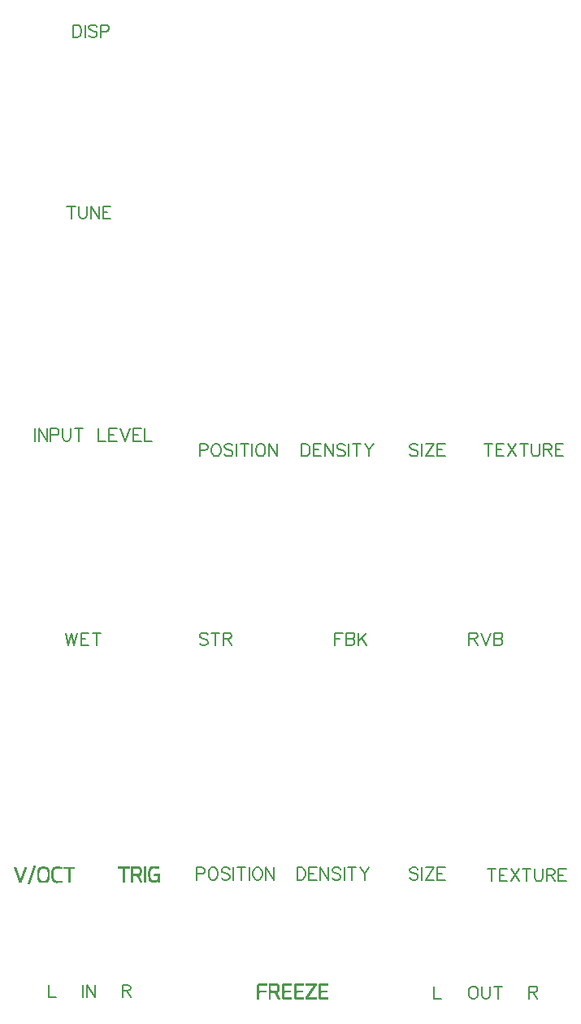
<source format=gto>
G04 DipTrace 3.3.0.0*
G04 monsooon_panel.GTO*
%MOIN*%
G04 #@! TF.FileFunction,Legend,Top*
G04 #@! TF.Part,Single*
%ADD12C,0.001*%
%ADD35C,0.00772*%
%FSLAX26Y26*%
G04*
G70*
G90*
G75*
G01*
G04 TopSilk*
%LPD*%
X558567Y1331854D2*
D12*
X564567D1*
X558067Y1330854D2*
X564067D1*
X557652Y1329854D2*
X563652D1*
X557263Y1328854D2*
X563263D1*
X590567D2*
X603567D1*
X645567D2*
X662567D1*
X477567Y1327854D2*
X483567D1*
X522567D2*
X528567D1*
X556907D2*
X562907D1*
X587224D2*
X606910D1*
X643147D2*
X666824D1*
X680567D2*
X724567D1*
X477721Y1326854D2*
X483913D1*
X521951D2*
X528067D1*
X556579D2*
X562579D1*
X584530D2*
X609604D1*
X641031D2*
X670219D1*
X680567D2*
X724567D1*
X477973Y1325854D2*
X484245D1*
X521412D2*
X527652D1*
X556233D2*
X562233D1*
X582500D2*
X611634D1*
X639327D2*
X671646D1*
X680567D2*
X724567D1*
X478267Y1324854D2*
X484562D1*
X520972D2*
X527263D1*
X555895D2*
X561895D1*
X580973D2*
X613165D1*
X638053D2*
X672143D1*
X680567D2*
X724567D1*
X478570Y1323854D2*
X484904D1*
X520605D2*
X526907D1*
X555575D2*
X561575D1*
X579767D2*
X614402D1*
X637107D2*
X672406D1*
X680567D2*
X724567D1*
X478906Y1322854D2*
X485240D1*
X520243D2*
X526579D1*
X555231D2*
X561231D1*
X578798D2*
X615467D1*
X636318D2*
X649002D1*
X658567D2*
X672567D1*
X680567D2*
X724567D1*
X479240Y1321854D2*
X485559D1*
X519899D2*
X526233D1*
X554895D2*
X560895D1*
X578034D2*
X587609D1*
X606174D2*
X616375D1*
X635592D2*
X646000D1*
X699567D2*
X705567D1*
X479560Y1320854D2*
X485903D1*
X519576D2*
X525895D1*
X554575D2*
X560575D1*
X577407D2*
X585780D1*
X608340D2*
X617110D1*
X634952D2*
X643740D1*
X699567D2*
X705567D1*
X479903Y1319854D2*
X486239D1*
X519232D2*
X525571D1*
X554231D2*
X560231D1*
X576851D2*
X584221D1*
X609974D2*
X617696D1*
X634409D2*
X642113D1*
X699567D2*
X705567D1*
X480239Y1318854D2*
X486559D1*
X518895D2*
X525196D1*
X553895D2*
X559895D1*
X576330D2*
X583015D1*
X611168D2*
X618153D1*
X633970D2*
X640940D1*
X699567D2*
X705567D1*
X480559Y1317854D2*
X486902D1*
X518571D2*
X524767D1*
X553575D2*
X559575D1*
X575825D2*
X582127D1*
X612034D2*
X618526D1*
X633604D2*
X640092D1*
X699567D2*
X705567D1*
X480902Y1316854D2*
X487239D1*
X518196D2*
X524331D1*
X553231D2*
X559231D1*
X575354D2*
X581444D1*
X612702D2*
X618886D1*
X633246D2*
X639462D1*
X699567D2*
X705567D1*
X481239Y1315854D2*
X487559D1*
X517767D2*
X523940D1*
X552895D2*
X558895D1*
X574948D2*
X580869D1*
X613270D2*
X619199D1*
X632934D2*
X638990D1*
X699567D2*
X705567D1*
X481559Y1314854D2*
X487902D1*
X517331D2*
X523593D1*
X552575D2*
X558575D1*
X574596D2*
X580374D1*
X613762D2*
X619430D1*
X632703D2*
X638611D1*
X699567D2*
X705567D1*
X481902Y1313854D2*
X488239D1*
X516940D2*
X523238D1*
X552231D2*
X558231D1*
X574243D2*
X579993D1*
X614141D2*
X619659D1*
X632475D2*
X638249D1*
X699567D2*
X705567D1*
X482239Y1312854D2*
X488559D1*
X516593D2*
X522897D1*
X551895D2*
X557895D1*
X573937D2*
X579761D1*
X614374D2*
X619943D1*
X632190D2*
X637935D1*
X699567D2*
X705567D1*
X482563Y1311854D2*
X488902D1*
X516238D2*
X522572D1*
X551575D2*
X557575D1*
X573742D2*
X579611D1*
X614523D2*
X620218D1*
X631916D2*
X637704D1*
X699567D2*
X705567D1*
X482938Y1310854D2*
X489239D1*
X515897D2*
X522197D1*
X551231D2*
X557231D1*
X573638D2*
X579433D1*
X614701D2*
X620400D1*
X631734D2*
X637475D1*
X699567D2*
X705567D1*
X483366Y1309854D2*
X489559D1*
X515575D2*
X521768D1*
X550895D2*
X556895D1*
X573557D2*
X579173D1*
X614961D2*
X620499D1*
X631635D2*
X637190D1*
X699567D2*
X705567D1*
X483803Y1308854D2*
X489902D1*
X515232D2*
X521331D1*
X550575D2*
X556575D1*
X573411D2*
X578909D1*
X615225D2*
X620578D1*
X631556D2*
X636916D1*
X699567D2*
X705567D1*
X484194Y1307854D2*
X490239D1*
X514895D2*
X520940D1*
X550231D2*
X556231D1*
X573165D2*
X578732D1*
X615402D2*
X620723D1*
X631411D2*
X636734D1*
X699567D2*
X705567D1*
X484541Y1306854D2*
X490563D1*
X514571D2*
X520593D1*
X549895D2*
X555895D1*
X572906D2*
X578638D1*
X615496D2*
X620969D1*
X631165D2*
X636639D1*
X699567D2*
X705567D1*
X484895Y1305854D2*
X490938D1*
X514196D2*
X520238D1*
X549575D2*
X555575D1*
X572731D2*
X578595D1*
X615539D2*
X621228D1*
X630906D2*
X636595D1*
X699567D2*
X705567D1*
X485236Y1304854D2*
X491366D1*
X513767D2*
X519897D1*
X549231D2*
X555231D1*
X572638D2*
X578577D1*
X615556D2*
X621403D1*
X630731D2*
X636578D1*
X699567D2*
X705567D1*
X485558Y1303854D2*
X491803D1*
X513331D2*
X519575D1*
X548895D2*
X554895D1*
X572595D2*
X578571D1*
X615563D2*
X621496D1*
X630638D2*
X636571D1*
X699567D2*
X705567D1*
X485902Y1302854D2*
X492194D1*
X512940D2*
X519232D1*
X548575D2*
X554575D1*
X572577D2*
X578568D1*
X615566D2*
X621539D1*
X630595D2*
X636568D1*
X699567D2*
X705567D1*
X486239Y1301854D2*
X492541D1*
X512593D2*
X518895D1*
X548231D2*
X554231D1*
X572571D2*
X578567D1*
X615566D2*
X621556D1*
X630577D2*
X636567D1*
X699567D2*
X705567D1*
X486559Y1300854D2*
X492895D1*
X512238D2*
X518571D1*
X547895D2*
X553895D1*
X572568D2*
X578567D1*
X615567D2*
X621563D1*
X630571D2*
X636567D1*
X699567D2*
X705567D1*
X486902Y1299854D2*
X493236D1*
X511897D2*
X518196D1*
X547575D2*
X553575D1*
X572567D2*
X578567D1*
X615567D2*
X621566D1*
X630568D2*
X636567D1*
X699567D2*
X705567D1*
X487239Y1298854D2*
X493558D1*
X511575D2*
X517767D1*
X547231D2*
X553231D1*
X572567D2*
X578567D1*
X615567D2*
X621566D1*
X630567D2*
X636567D1*
X699567D2*
X705567D1*
X487559Y1297854D2*
X493902D1*
X511232D2*
X517331D1*
X546895D2*
X552895D1*
X572567D2*
X578567D1*
X615567D2*
X621567D1*
X630567D2*
X636567D1*
X699567D2*
X705567D1*
X487902Y1296854D2*
X494239D1*
X510895D2*
X516940D1*
X546575D2*
X552575D1*
X572567D2*
X578567D1*
X615567D2*
X621567D1*
X630567D2*
X636567D1*
X699567D2*
X705567D1*
X488239Y1295854D2*
X494559D1*
X510571D2*
X516593D1*
X546231D2*
X552231D1*
X572567D2*
X578567D1*
X615567D2*
X621567D1*
X630567D2*
X636567D1*
X699567D2*
X705567D1*
X488563Y1294854D2*
X494902D1*
X510196D2*
X516238D1*
X545895D2*
X551895D1*
X572567D2*
X578567D1*
X615567D2*
X621567D1*
X630567D2*
X636567D1*
X699567D2*
X705567D1*
X488938Y1293854D2*
X495239D1*
X509767D2*
X515897D1*
X545575D2*
X551575D1*
X572567D2*
X578567D1*
X615567D2*
X621567D1*
X630567D2*
X636567D1*
X699567D2*
X705567D1*
X489366Y1292854D2*
X495559D1*
X509331D2*
X515575D1*
X545231D2*
X551231D1*
X572567D2*
X578567D1*
X615567D2*
X621567D1*
X630567D2*
X636567D1*
X699567D2*
X705567D1*
X489803Y1291854D2*
X495902D1*
X508940D2*
X515232D1*
X544895D2*
X550895D1*
X572567D2*
X578567D1*
X615567D2*
X621567D1*
X630571D2*
X636567D1*
X699567D2*
X705567D1*
X490194Y1290854D2*
X496239D1*
X508593D2*
X514895D1*
X544575D2*
X550575D1*
X572567D2*
X578567D1*
X615567D2*
X621567D1*
X630606D2*
X636567D1*
X699567D2*
X705567D1*
X490541Y1289854D2*
X496559D1*
X508238D2*
X514571D1*
X544231D2*
X550231D1*
X572567D2*
X578567D1*
X615567D2*
X621563D1*
X630733D2*
X636571D1*
X699567D2*
X705567D1*
X490895Y1288854D2*
X496902D1*
X507897D2*
X514196D1*
X543895D2*
X549895D1*
X572571D2*
X578567D1*
X615567D2*
X621528D1*
X630973D2*
X636606D1*
X699567D2*
X705567D1*
X491236Y1287854D2*
X497239D1*
X507572D2*
X513767D1*
X543575D2*
X549575D1*
X572606D2*
X578567D1*
X615563D2*
X621400D1*
X631229D2*
X636733D1*
X699567D2*
X705567D1*
X491558Y1286854D2*
X497563D1*
X507197D2*
X513331D1*
X543231D2*
X549231D1*
X572733D2*
X578567D1*
X615528D2*
X621161D1*
X631404D2*
X636973D1*
X699567D2*
X705567D1*
X491902Y1285854D2*
X497938D1*
X506768D2*
X512940D1*
X542895D2*
X548895D1*
X572973D2*
X578571D1*
X615400D2*
X620905D1*
X631500D2*
X637229D1*
X699567D2*
X705567D1*
X492239Y1284854D2*
X498366D1*
X506331D2*
X512593D1*
X542575D2*
X548575D1*
X573229D2*
X578606D1*
X615161D2*
X620730D1*
X631578D2*
X637408D1*
X699567D2*
X705567D1*
X492559Y1283854D2*
X498803D1*
X505940D2*
X512238D1*
X542231D2*
X548231D1*
X573404D2*
X578733D1*
X614905D2*
X620633D1*
X631723D2*
X637536D1*
X699567D2*
X705567D1*
X492902Y1282854D2*
X499194D1*
X505593D2*
X511897D1*
X541895D2*
X547895D1*
X573500D2*
X578973D1*
X614726D2*
X620556D1*
X631969D2*
X637709D1*
X699567D2*
X705567D1*
X493239Y1281854D2*
X499541D1*
X505238D2*
X511572D1*
X541575D2*
X547575D1*
X573578D2*
X579233D1*
X614598D2*
X620411D1*
X632232D2*
X638001D1*
X699567D2*
X705567D1*
X493559Y1280854D2*
X499895D1*
X504897D2*
X511197D1*
X541231D2*
X547231D1*
X573723D2*
X579443D1*
X614425D2*
X620165D1*
X632442D2*
X638396D1*
X699567D2*
X705567D1*
X493902Y1279854D2*
X500236D1*
X504575D2*
X510768D1*
X540895D2*
X546895D1*
X573969D2*
X579667D1*
X614132D2*
X619902D1*
X632663D2*
X638848D1*
X699567D2*
X705567D1*
X494239Y1278854D2*
X500562D1*
X504232D2*
X510331D1*
X540575D2*
X546575D1*
X574232D2*
X579988D1*
X613738D2*
X619691D1*
X632949D2*
X639329D1*
X699567D2*
X705567D1*
X494559Y1277854D2*
X500940D1*
X503892D2*
X509940D1*
X540231D2*
X546231D1*
X574442D2*
X580428D1*
X613282D2*
X619467D1*
X633258D2*
X639825D1*
X699567D2*
X705567D1*
X494902Y1276854D2*
X501399D1*
X503544D2*
X509593D1*
X539895D2*
X545895D1*
X574667D2*
X581015D1*
X612766D2*
X619150D1*
X633570D2*
X640358D1*
X699567D2*
X705567D1*
X495239Y1275854D2*
X501950D1*
X503097D2*
X509238D1*
X539575D2*
X545575D1*
X574984D2*
X581777D1*
X612139D2*
X618745D1*
X633944D2*
X640987D1*
X699567D2*
X705567D1*
X495563Y1274854D2*
X508897D1*
X539231D2*
X545231D1*
X575389D2*
X582704D1*
X611319D2*
X618289D1*
X634406D2*
X641770D1*
X699567D2*
X705567D1*
X495938Y1273854D2*
X508575D1*
X538895D2*
X544895D1*
X575849D2*
X583896D1*
X610189D2*
X617806D1*
X634970D2*
X642735D1*
X699567D2*
X705567D1*
X496366Y1272854D2*
X508232D1*
X538575D2*
X544575D1*
X576367D2*
X585613D1*
X608501D2*
X617310D1*
X635604D2*
X644018D1*
X699567D2*
X705567D1*
X496803Y1271854D2*
X507895D1*
X538231D2*
X544231D1*
X576991D2*
X588071D1*
X606055D2*
X616776D1*
X636246D2*
X645802D1*
X699567D2*
X705567D1*
X497194Y1270854D2*
X507571D1*
X537895D2*
X543895D1*
X577764D2*
X591177D1*
X602955D2*
X616143D1*
X636942D2*
X648073D1*
X670567D2*
X672567D1*
X699567D2*
X705567D1*
X497541Y1269854D2*
X507196D1*
X537575D2*
X543575D1*
X578654D2*
X615328D1*
X637781D2*
X672567D1*
X699567D2*
X705567D1*
X497895Y1268854D2*
X506767D1*
X537231D2*
X543231D1*
X579650D2*
X614271D1*
X638816D2*
X672567D1*
X699567D2*
X705567D1*
X498239Y1267854D2*
X506335D1*
X536895D2*
X542895D1*
X580872D2*
X612877D1*
X640096D2*
X672567D1*
X699567D2*
X705567D1*
X498589Y1266854D2*
X505976D1*
X536575D2*
X542575D1*
X582576D2*
X611082D1*
X641743D2*
X672567D1*
X699567D2*
X705567D1*
X499037Y1265854D2*
X505740D1*
X536231D2*
X542231D1*
X584896D2*
X608919D1*
X644025D2*
X672567D1*
X699567D2*
X705567D1*
X499567Y1264854D2*
X505567D1*
X535895D2*
X541895D1*
X587567D2*
X606567D1*
X647083D2*
X667567D1*
X699567D2*
X705567D1*
X535575Y1263854D2*
X541575D1*
X650567D2*
X654567D1*
X535231Y1262854D2*
X541231D1*
X534892Y1261854D2*
X540892D1*
X534544Y1260854D2*
X540544D1*
X534097Y1259854D2*
X540097D1*
X533567Y1258854D2*
X539567D1*
X1480615Y849337D2*
X1503615D1*
X1523615D2*
X1555615D1*
X1582615D2*
X1605615D1*
X1632615D2*
X1655615D1*
X1672615D2*
X1715615D1*
X1732615D2*
X1755615D1*
X1479192Y848337D2*
X1512615D1*
X1523615D2*
X1557194D1*
X1581192D2*
X1614615D1*
X1631192D2*
X1664615D1*
X1672615D2*
X1715615D1*
X1731192D2*
X1764615D1*
X1478037Y847337D2*
X1512615D1*
X1523615D2*
X1558601D1*
X1580037D2*
X1614615D1*
X1630037D2*
X1664615D1*
X1672615D2*
X1715615D1*
X1730037D2*
X1764615D1*
X1477170Y846337D2*
X1512615D1*
X1523615D2*
X1559761D1*
X1579170D2*
X1614615D1*
X1629170D2*
X1664615D1*
X1672615D2*
X1715612D1*
X1729170D2*
X1764615D1*
X1476525Y845337D2*
X1512615D1*
X1523615D2*
X1560705D1*
X1578525D2*
X1614615D1*
X1628525D2*
X1664615D1*
X1672615D2*
X1715573D1*
X1728525D2*
X1764615D1*
X1476044Y844337D2*
X1512615D1*
X1523615D2*
X1561487D1*
X1578044D2*
X1614615D1*
X1628044D2*
X1664615D1*
X1672615D2*
X1715410D1*
X1728044D2*
X1764615D1*
X1475662Y843337D2*
X1482657D1*
X1523615D2*
X1528615D1*
X1552219D2*
X1562076D1*
X1577662D2*
X1584657D1*
X1627662D2*
X1634657D1*
X1707770D2*
X1715039D1*
X1727662D2*
X1734657D1*
X1475298Y842337D2*
X1481825D1*
X1523615D2*
X1528615D1*
X1554349D2*
X1562520D1*
X1577298D2*
X1583825D1*
X1627298D2*
X1633825D1*
X1707022D2*
X1714504D1*
X1727298D2*
X1733825D1*
X1474987Y841337D2*
X1481231D1*
X1523615D2*
X1528615D1*
X1555856D2*
X1562917D1*
X1576987D2*
X1583231D1*
X1626987D2*
X1633231D1*
X1706316D2*
X1713911D1*
X1726987D2*
X1733231D1*
X1474791Y840337D2*
X1480893D1*
X1523615D2*
X1528615D1*
X1556956D2*
X1563275D1*
X1576791D2*
X1582893D1*
X1626791D2*
X1632893D1*
X1705619D2*
X1713273D1*
X1726791D2*
X1732893D1*
X1474690Y839337D2*
X1480730D1*
X1523615D2*
X1528615D1*
X1557452D2*
X1563603D1*
X1576690D2*
X1582730D1*
X1626690D2*
X1632730D1*
X1704951D2*
X1712603D1*
X1726690D2*
X1732730D1*
X1474645Y838337D2*
X1480660D1*
X1523615D2*
X1528615D1*
X1557884D2*
X1563946D1*
X1576645D2*
X1582660D1*
X1626645D2*
X1632660D1*
X1704254D2*
X1711949D1*
X1726645D2*
X1732660D1*
X1474626Y837337D2*
X1480632D1*
X1523615D2*
X1528615D1*
X1558225D2*
X1564248D1*
X1576626D2*
X1582632D1*
X1626626D2*
X1632632D1*
X1703481D2*
X1711287D1*
X1726626D2*
X1732632D1*
X1474619Y836337D2*
X1480621D1*
X1523615D2*
X1528615D1*
X1558433D2*
X1564441D1*
X1576619D2*
X1582621D1*
X1626619D2*
X1632621D1*
X1702708D2*
X1710608D1*
X1726619D2*
X1732621D1*
X1474617Y835337D2*
X1480617D1*
X1523615D2*
X1528615D1*
X1558538D2*
X1564541D1*
X1576617D2*
X1582617D1*
X1626617D2*
X1632617D1*
X1701996D2*
X1709947D1*
X1726617D2*
X1732617D1*
X1474616Y834337D2*
X1480616D1*
X1523615D2*
X1528615D1*
X1558585D2*
X1564586D1*
X1576616D2*
X1582616D1*
X1626616D2*
X1632616D1*
X1701306D2*
X1709252D1*
X1726616D2*
X1732616D1*
X1474616Y833337D2*
X1480616D1*
X1523615D2*
X1528615D1*
X1558604D2*
X1564605D1*
X1576616D2*
X1582616D1*
X1626616D2*
X1632616D1*
X1700615D2*
X1708480D1*
X1726616D2*
X1732616D1*
X1474616Y832337D2*
X1480616D1*
X1523615D2*
X1528615D1*
X1558611D2*
X1564612D1*
X1576616D2*
X1582616D1*
X1626616D2*
X1632616D1*
X1699954D2*
X1707708D1*
X1726616D2*
X1732616D1*
X1474615Y831337D2*
X1480616D1*
X1523615D2*
X1528615D1*
X1558614D2*
X1564614D1*
X1576615D2*
X1582616D1*
X1626615D2*
X1632616D1*
X1699288D2*
X1706996D1*
X1726615D2*
X1732616D1*
X1474615Y830337D2*
X1480615D1*
X1523615D2*
X1528615D1*
X1558615D2*
X1564615D1*
X1576615D2*
X1582615D1*
X1626615D2*
X1632615D1*
X1698608D2*
X1706306D1*
X1726615D2*
X1732615D1*
X1474615Y829337D2*
X1480615D1*
X1523615D2*
X1528615D1*
X1558615D2*
X1564615D1*
X1576615D2*
X1582615D1*
X1626615D2*
X1632615D1*
X1697951D2*
X1705615D1*
X1726615D2*
X1732615D1*
X1474615Y828337D2*
X1480615D1*
X1523615D2*
X1528615D1*
X1558615D2*
X1564615D1*
X1576615D2*
X1582615D1*
X1626615D2*
X1632615D1*
X1697288D2*
X1704954D1*
X1726615D2*
X1732615D1*
X1474615Y827337D2*
X1480615D1*
X1523615D2*
X1528615D1*
X1558612D2*
X1564612D1*
X1576615D2*
X1582615D1*
X1626615D2*
X1632615D1*
X1696608D2*
X1704288D1*
X1726615D2*
X1732615D1*
X1474615Y826337D2*
X1480615D1*
X1523615D2*
X1528615D1*
X1558576D2*
X1564576D1*
X1576615D2*
X1582615D1*
X1626615D2*
X1632615D1*
X1695951D2*
X1703608D1*
X1726615D2*
X1732615D1*
X1474615Y825337D2*
X1480615D1*
X1523615D2*
X1528615D1*
X1558445D2*
X1564449D1*
X1576615D2*
X1582615D1*
X1626615D2*
X1632615D1*
X1695288D2*
X1702951D1*
X1726615D2*
X1732615D1*
X1474615Y824337D2*
X1480615D1*
X1523615D2*
X1528615D1*
X1558167D2*
X1564206D1*
X1576615D2*
X1582615D1*
X1626615D2*
X1632615D1*
X1694608D2*
X1702288D1*
X1726615D2*
X1732615D1*
X1474615Y823337D2*
X1480615D1*
X1523615D2*
X1528619D1*
X1557740D2*
X1563914D1*
X1576615D2*
X1582615D1*
X1626615D2*
X1632615D1*
X1693951D2*
X1701608D1*
X1726615D2*
X1732615D1*
X1474615Y822337D2*
X1480615D1*
X1523615D2*
X1528658D1*
X1557120D2*
X1563612D1*
X1576615D2*
X1582615D1*
X1626615D2*
X1632615D1*
X1693288D2*
X1700951D1*
X1726615D2*
X1732615D1*
X1474615Y821337D2*
X1480615D1*
X1523615D2*
X1528825D1*
X1556199D2*
X1563276D1*
X1576615D2*
X1582615D1*
X1626615D2*
X1632615D1*
X1692608D2*
X1700288D1*
X1726615D2*
X1732615D1*
X1474615Y820337D2*
X1509615D1*
X1523615D2*
X1529227D1*
X1554917D2*
X1562938D1*
X1576615D2*
X1611615D1*
X1626615D2*
X1661615D1*
X1691951D2*
X1699608D1*
X1726615D2*
X1761615D1*
X1474615Y819337D2*
X1509615D1*
X1523615D2*
X1529867D1*
X1553333D2*
X1562580D1*
X1576615D2*
X1611615D1*
X1626615D2*
X1661615D1*
X1691288D2*
X1698951D1*
X1726615D2*
X1761615D1*
X1474615Y818337D2*
X1509615D1*
X1523615D2*
X1562074D1*
X1576615D2*
X1611615D1*
X1626615D2*
X1661615D1*
X1690608D2*
X1698288D1*
X1726615D2*
X1761615D1*
X1474615Y817337D2*
X1509615D1*
X1523615D2*
X1561363D1*
X1576615D2*
X1611615D1*
X1626615D2*
X1661615D1*
X1689951D2*
X1697608D1*
X1726615D2*
X1761615D1*
X1474615Y816337D2*
X1509615D1*
X1523615D2*
X1560465D1*
X1576615D2*
X1611615D1*
X1626615D2*
X1661615D1*
X1689288D2*
X1696951D1*
X1726615D2*
X1761615D1*
X1474615Y815337D2*
X1509615D1*
X1523615D2*
X1559334D1*
X1576615D2*
X1611615D1*
X1626615D2*
X1661615D1*
X1688608D2*
X1696288D1*
X1726615D2*
X1761615D1*
X1474615Y814337D2*
X1484205D1*
X1523615D2*
X1557902D1*
X1576615D2*
X1586205D1*
X1626615D2*
X1636205D1*
X1687951D2*
X1695608D1*
X1726615D2*
X1736205D1*
X1474615Y813337D2*
X1482177D1*
X1523615D2*
X1556311D1*
X1576615D2*
X1584177D1*
X1626615D2*
X1634177D1*
X1687288D2*
X1694951D1*
X1726615D2*
X1734177D1*
X1474615Y812337D2*
X1481243D1*
X1523615D2*
X1528615D1*
X1544184D2*
X1554872D1*
X1576615D2*
X1583243D1*
X1626615D2*
X1633243D1*
X1686608D2*
X1694288D1*
X1726615D2*
X1733243D1*
X1474615Y811337D2*
X1480908D1*
X1523615D2*
X1528615D1*
X1546222D2*
X1553615D1*
X1576615D2*
X1582908D1*
X1626615D2*
X1632908D1*
X1685947D2*
X1693608D1*
X1726615D2*
X1732908D1*
X1474615Y810337D2*
X1480735D1*
X1523615D2*
X1528615D1*
X1547617D2*
X1554236D1*
X1576615D2*
X1582735D1*
X1626615D2*
X1632735D1*
X1685252D2*
X1692951D1*
X1726615D2*
X1732735D1*
X1474615Y809337D2*
X1480661D1*
X1523615D2*
X1528615D1*
X1548554D2*
X1554806D1*
X1576615D2*
X1582661D1*
X1626615D2*
X1632661D1*
X1684480D2*
X1692288D1*
X1726615D2*
X1732661D1*
X1474615Y808337D2*
X1480632D1*
X1523615D2*
X1528615D1*
X1549245D2*
X1555341D1*
X1576615D2*
X1582632D1*
X1626615D2*
X1632632D1*
X1683708D2*
X1691608D1*
X1726615D2*
X1732632D1*
X1474615Y807337D2*
X1480621D1*
X1523615D2*
X1528615D1*
X1549821D2*
X1555856D1*
X1576615D2*
X1582621D1*
X1626615D2*
X1632621D1*
X1682996D2*
X1690947D1*
X1726615D2*
X1732621D1*
X1474615Y806337D2*
X1480617D1*
X1523615D2*
X1528615D1*
X1550350D2*
X1556362D1*
X1576615D2*
X1582617D1*
X1626615D2*
X1632617D1*
X1682306D2*
X1690252D1*
X1726615D2*
X1732617D1*
X1474615Y805337D2*
X1480616D1*
X1523615D2*
X1528615D1*
X1550860D2*
X1556868D1*
X1576615D2*
X1582616D1*
X1626615D2*
X1632616D1*
X1681615D2*
X1689480D1*
X1726615D2*
X1732616D1*
X1474615Y804337D2*
X1480616D1*
X1523615D2*
X1528615D1*
X1551364D2*
X1557401D1*
X1576615D2*
X1582616D1*
X1626615D2*
X1632616D1*
X1680954D2*
X1688708D1*
X1726615D2*
X1732616D1*
X1474615Y803337D2*
X1480616D1*
X1523615D2*
X1528615D1*
X1551865D2*
X1557996D1*
X1576615D2*
X1582616D1*
X1626615D2*
X1632616D1*
X1680288D2*
X1687996D1*
X1726615D2*
X1732616D1*
X1474615Y802337D2*
X1480616D1*
X1523615D2*
X1528615D1*
X1552366D2*
X1558641D1*
X1576615D2*
X1582616D1*
X1626615D2*
X1632616D1*
X1679608D2*
X1687306D1*
X1726615D2*
X1732616D1*
X1474615Y801337D2*
X1480615D1*
X1523615D2*
X1528615D1*
X1552865D2*
X1559253D1*
X1576615D2*
X1582615D1*
X1626615D2*
X1632615D1*
X1678951D2*
X1686615D1*
X1726615D2*
X1732615D1*
X1474615Y800337D2*
X1480615D1*
X1523615D2*
X1528615D1*
X1553366D2*
X1559815D1*
X1576615D2*
X1582615D1*
X1626615D2*
X1632615D1*
X1678288D2*
X1685954D1*
X1726615D2*
X1732615D1*
X1474615Y799337D2*
X1480615D1*
X1523615D2*
X1528615D1*
X1553865D2*
X1560346D1*
X1576615D2*
X1582615D1*
X1626615D2*
X1632615D1*
X1677608D2*
X1685288D1*
X1726615D2*
X1732615D1*
X1474615Y798337D2*
X1480615D1*
X1523615D2*
X1528615D1*
X1554366D2*
X1560857D1*
X1576615D2*
X1582615D1*
X1626615D2*
X1632615D1*
X1676951D2*
X1684608D1*
X1726615D2*
X1732615D1*
X1474615Y797337D2*
X1480615D1*
X1523615D2*
X1528615D1*
X1554865D2*
X1561363D1*
X1576619D2*
X1582619D1*
X1626619D2*
X1632619D1*
X1676288D2*
X1683951D1*
X1726619D2*
X1732619D1*
X1474615Y796337D2*
X1480615D1*
X1523615D2*
X1528615D1*
X1555366D2*
X1561864D1*
X1576655D2*
X1582662D1*
X1626655D2*
X1632662D1*
X1675608D2*
X1683292D1*
X1726655D2*
X1732662D1*
X1474615Y795337D2*
X1480615D1*
X1523615D2*
X1528615D1*
X1555865D2*
X1562366D1*
X1576782D2*
X1582768D1*
X1626782D2*
X1632768D1*
X1674951D2*
X1682651D1*
X1726782D2*
X1732768D1*
X1474615Y794337D2*
X1480615D1*
X1523615D2*
X1528615D1*
X1556366D2*
X1562865D1*
X1577025D2*
X1583274D1*
X1627025D2*
X1633274D1*
X1674291D2*
X1682153D1*
X1727025D2*
X1733274D1*
X1474615Y793337D2*
X1480615D1*
X1523615D2*
X1528615D1*
X1556865D2*
X1563366D1*
X1577317D2*
X1584462D1*
X1627317D2*
X1634462D1*
X1673651D2*
X1681839D1*
X1727317D2*
X1734462D1*
X1474615Y792337D2*
X1480615D1*
X1523615D2*
X1528615D1*
X1557366D2*
X1563865D1*
X1577623D2*
X1585962D1*
X1627623D2*
X1635962D1*
X1673157D2*
X1715615D1*
X1727623D2*
X1735962D1*
X1474615Y791337D2*
X1480615D1*
X1523615D2*
X1528615D1*
X1557865D2*
X1564366D1*
X1577994D2*
X1614615D1*
X1627994D2*
X1664615D1*
X1672864D2*
X1715615D1*
X1727994D2*
X1764615D1*
X1474615Y790337D2*
X1480615D1*
X1523615D2*
X1528615D1*
X1558366D2*
X1564865D1*
X1578463D2*
X1614615D1*
X1628463D2*
X1664615D1*
X1672719D2*
X1715615D1*
X1728463D2*
X1764615D1*
X1474615Y789337D2*
X1480615D1*
X1523615D2*
X1528615D1*
X1558868D2*
X1565363D1*
X1579099D2*
X1614615D1*
X1629099D2*
X1664615D1*
X1672656D2*
X1715615D1*
X1729099D2*
X1764615D1*
X1474615Y788337D2*
X1480615D1*
X1523615D2*
X1528615D1*
X1559395D2*
X1565836D1*
X1580015D2*
X1614615D1*
X1630015D2*
X1664615D1*
X1672630D2*
X1715615D1*
X1730015D2*
X1764615D1*
X1474615Y787337D2*
X1480615D1*
X1523615D2*
X1528615D1*
X1559978D2*
X1566253D1*
X1581232D2*
X1614615D1*
X1631232D2*
X1664615D1*
X1672620D2*
X1715615D1*
X1731232D2*
X1764615D1*
X1474615Y786337D2*
X1480615D1*
X1523615D2*
X1528615D1*
X1560615D2*
X1566615D1*
X1582615D2*
X1601615D1*
X1632615D2*
X1651615D1*
X1672615D2*
X1715615D1*
X1732615D2*
X1751615D1*
X1043038Y1330168D2*
X1057038D1*
X905038Y1329168D2*
X949038D1*
X958038D2*
X990038D1*
X1011038D2*
X1017038D1*
X1040618D2*
X1063694D1*
X905038Y1328168D2*
X949038D1*
X958038D2*
X991616D1*
X1011038D2*
X1017038D1*
X1038502D2*
X1070038D1*
X905038Y1327168D2*
X949038D1*
X958038D2*
X993023D1*
X1011038D2*
X1017038D1*
X1036798D2*
X1070038D1*
X905038Y1326168D2*
X949038D1*
X958038D2*
X994184D1*
X1011038D2*
X1017038D1*
X1035524D2*
X1070038D1*
X905038Y1325168D2*
X949038D1*
X958038D2*
X995128D1*
X1011038D2*
X1017038D1*
X1034578D2*
X1070038D1*
X905038Y1324168D2*
X949038D1*
X958038D2*
X995910D1*
X1011038D2*
X1017038D1*
X1033789D2*
X1046473D1*
X1054038D2*
X1070038D1*
X924038Y1323168D2*
X930038D1*
X958038D2*
X963038D1*
X986641D2*
X996499D1*
X1011038D2*
X1017038D1*
X1033063D2*
X1043471D1*
X924038Y1322168D2*
X930038D1*
X958038D2*
X963038D1*
X988772D2*
X996942D1*
X1011038D2*
X1017038D1*
X1032423D2*
X1041211D1*
X924038Y1321168D2*
X930038D1*
X958038D2*
X963038D1*
X990279D2*
X997339D1*
X1011038D2*
X1017038D1*
X1031880D2*
X1039584D1*
X924038Y1320168D2*
X930038D1*
X958038D2*
X963038D1*
X991378D2*
X997698D1*
X1011038D2*
X1017038D1*
X1031441D2*
X1038411D1*
X924038Y1319168D2*
X930038D1*
X958038D2*
X963038D1*
X991875D2*
X998026D1*
X1011038D2*
X1017038D1*
X1031075D2*
X1037564D1*
X924038Y1318168D2*
X930038D1*
X958038D2*
X963038D1*
X992306D2*
X998368D1*
X1011038D2*
X1017038D1*
X1030717D2*
X1036934D1*
X924038Y1317168D2*
X930038D1*
X958038D2*
X963038D1*
X992647D2*
X998671D1*
X1011038D2*
X1017038D1*
X1030405D2*
X1036461D1*
X924038Y1316168D2*
X930038D1*
X958038D2*
X963038D1*
X992855D2*
X998864D1*
X1011038D2*
X1017038D1*
X1030174D2*
X1036082D1*
X924038Y1315168D2*
X930038D1*
X958038D2*
X963038D1*
X992961D2*
X998964D1*
X1011038D2*
X1017038D1*
X1029946D2*
X1035720D1*
X924038Y1314168D2*
X930038D1*
X958038D2*
X963038D1*
X993008D2*
X999009D1*
X1011038D2*
X1017038D1*
X1029662D2*
X1035406D1*
X924038Y1313168D2*
X930038D1*
X958038D2*
X963038D1*
X993027D2*
X999027D1*
X1011038D2*
X1017038D1*
X1029387D2*
X1035175D1*
X924038Y1312168D2*
X930038D1*
X958038D2*
X963038D1*
X993034D2*
X999034D1*
X1011038D2*
X1017038D1*
X1029205D2*
X1034946D1*
X924038Y1311168D2*
X930038D1*
X958038D2*
X963038D1*
X993037D2*
X999037D1*
X1011038D2*
X1017038D1*
X1029106D2*
X1034662D1*
X924038Y1310168D2*
X930038D1*
X958038D2*
X963038D1*
X993038D2*
X999038D1*
X1011038D2*
X1017038D1*
X1029027D2*
X1034387D1*
X924038Y1309168D2*
X930038D1*
X958038D2*
X963038D1*
X993038D2*
X999038D1*
X1011038D2*
X1017038D1*
X1028882D2*
X1034205D1*
X924038Y1308168D2*
X930038D1*
X958038D2*
X963038D1*
X993038D2*
X999038D1*
X1011038D2*
X1017038D1*
X1028636D2*
X1034110D1*
X924038Y1307168D2*
X930038D1*
X958038D2*
X963038D1*
X993034D2*
X999034D1*
X1011038D2*
X1017038D1*
X1028377D2*
X1034067D1*
X924038Y1306168D2*
X930038D1*
X958038D2*
X963038D1*
X992999D2*
X998999D1*
X1011038D2*
X1017038D1*
X1028202D2*
X1034049D1*
X924038Y1305168D2*
X930038D1*
X958038D2*
X963038D1*
X992868D2*
X998872D1*
X1011038D2*
X1017038D1*
X1028109D2*
X1034042D1*
X924038Y1304168D2*
X930038D1*
X958038D2*
X963038D1*
X992589D2*
X998628D1*
X1011038D2*
X1017038D1*
X1028066D2*
X1034039D1*
X924038Y1303168D2*
X930038D1*
X958038D2*
X963042D1*
X992162D2*
X998337D1*
X1011038D2*
X1017038D1*
X1028049D2*
X1034038D1*
X924038Y1302168D2*
X930038D1*
X958038D2*
X963081D1*
X991543D2*
X998035D1*
X1011038D2*
X1017038D1*
X1028042D2*
X1034038D1*
X924038Y1301168D2*
X930038D1*
X958038D2*
X963247D1*
X990621D2*
X997699D1*
X1011038D2*
X1017038D1*
X1028039D2*
X1034038D1*
X924038Y1300168D2*
X930038D1*
X958038D2*
X963650D1*
X989340D2*
X997361D1*
X1011038D2*
X1017038D1*
X1028038D2*
X1034038D1*
X924038Y1299168D2*
X930038D1*
X958038D2*
X964289D1*
X987755D2*
X997002D1*
X1011038D2*
X1017038D1*
X1028038D2*
X1034038D1*
X1058038D2*
X1072038D1*
X924038Y1298168D2*
X930038D1*
X958038D2*
X996497D1*
X1011038D2*
X1017038D1*
X1028038D2*
X1034038D1*
X1055046D2*
X1072038D1*
X924038Y1297168D2*
X930038D1*
X958038D2*
X995786D1*
X1011038D2*
X1017038D1*
X1028038D2*
X1034038D1*
X1052669D2*
X1072038D1*
X924038Y1296168D2*
X930038D1*
X958038D2*
X994887D1*
X1011038D2*
X1017038D1*
X1028038D2*
X1034038D1*
X1051676D2*
X1072038D1*
X924038Y1295168D2*
X930038D1*
X958038D2*
X993757D1*
X1011038D2*
X1017038D1*
X1028038D2*
X1034038D1*
X1051308D2*
X1072038D1*
X924038Y1294168D2*
X930038D1*
X958038D2*
X992325D1*
X1011038D2*
X1017038D1*
X1028038D2*
X1034038D1*
X1051038D2*
X1072038D1*
X924038Y1293168D2*
X930038D1*
X958038D2*
X990734D1*
X1011038D2*
X1017038D1*
X1028038D2*
X1034038D1*
X1066038D2*
X1072038D1*
X924038Y1292168D2*
X930038D1*
X958038D2*
X963038D1*
X978607D2*
X989294D1*
X1011038D2*
X1017038D1*
X1028038D2*
X1034038D1*
X1066038D2*
X1072038D1*
X924038Y1291168D2*
X930038D1*
X958038D2*
X963038D1*
X980645D2*
X988038D1*
X1011038D2*
X1017038D1*
X1028042D2*
X1034038D1*
X1066038D2*
X1072038D1*
X924038Y1290168D2*
X930038D1*
X958038D2*
X963038D1*
X982039D2*
X988658D1*
X1011038D2*
X1017038D1*
X1028077D2*
X1034038D1*
X1066038D2*
X1072038D1*
X924038Y1289168D2*
X930038D1*
X958038D2*
X963038D1*
X982977D2*
X989228D1*
X1011038D2*
X1017038D1*
X1028205D2*
X1034042D1*
X1066038D2*
X1072038D1*
X924038Y1288168D2*
X930038D1*
X958038D2*
X963038D1*
X983668D2*
X989764D1*
X1011038D2*
X1017038D1*
X1028444D2*
X1034077D1*
X1066038D2*
X1072038D1*
X924038Y1287168D2*
X930038D1*
X958038D2*
X963038D1*
X984243D2*
X990278D1*
X1011038D2*
X1017038D1*
X1028700D2*
X1034205D1*
X1066038D2*
X1072038D1*
X924038Y1286168D2*
X930038D1*
X958038D2*
X963038D1*
X984773D2*
X990785D1*
X1011038D2*
X1017038D1*
X1028875D2*
X1034444D1*
X1066038D2*
X1072038D1*
X924038Y1285168D2*
X930038D1*
X958038D2*
X963038D1*
X985282D2*
X991290D1*
X1011038D2*
X1017038D1*
X1028972D2*
X1034704D1*
X1066038D2*
X1072038D1*
X924038Y1284168D2*
X930038D1*
X958038D2*
X963038D1*
X985787D2*
X991823D1*
X1011038D2*
X1017038D1*
X1029049D2*
X1034914D1*
X1066038D2*
X1072038D1*
X924038Y1283168D2*
X930038D1*
X958038D2*
X963038D1*
X986287D2*
X992419D1*
X1011038D2*
X1017038D1*
X1029194D2*
X1035134D1*
X1066038D2*
X1072038D1*
X924038Y1282168D2*
X930038D1*
X958038D2*
X963038D1*
X986788D2*
X993063D1*
X1011038D2*
X1017038D1*
X1029440D2*
X1035420D1*
X1066038D2*
X1072038D1*
X924038Y1281168D2*
X930038D1*
X958038D2*
X963038D1*
X987288D2*
X993675D1*
X1011038D2*
X1017038D1*
X1029703D2*
X1035729D1*
X1066038D2*
X1072038D1*
X924038Y1280168D2*
X930038D1*
X958038D2*
X963038D1*
X987788D2*
X994238D1*
X1011038D2*
X1017038D1*
X1029913D2*
X1036042D1*
X1066038D2*
X1072038D1*
X924038Y1279168D2*
X930038D1*
X958038D2*
X963038D1*
X988288D2*
X994768D1*
X1011038D2*
X1017038D1*
X1030134D2*
X1036415D1*
X1066034D2*
X1072038D1*
X924038Y1278168D2*
X930038D1*
X958038D2*
X963038D1*
X988788D2*
X995280D1*
X1011038D2*
X1017038D1*
X1030420D2*
X1036881D1*
X1065987D2*
X1072038D1*
X924038Y1277168D2*
X930038D1*
X958038D2*
X963038D1*
X989288D2*
X995786D1*
X1011038D2*
X1017038D1*
X1030729D2*
X1037480D1*
X1065870D2*
X1072038D1*
X924038Y1276168D2*
X930038D1*
X958038D2*
X963038D1*
X989788D2*
X996287D1*
X1011038D2*
X1017038D1*
X1031042D2*
X1038249D1*
X1065228D2*
X1072038D1*
X924038Y1275168D2*
X930038D1*
X958038D2*
X963038D1*
X990288D2*
X996788D1*
X1011038D2*
X1017038D1*
X1031415D2*
X1039244D1*
X1063351D2*
X1072038D1*
X924038Y1274168D2*
X930038D1*
X958038D2*
X963038D1*
X990788D2*
X997288D1*
X1011038D2*
X1017038D1*
X1031881D2*
X1040473D1*
X1060391D2*
X1072038D1*
X924038Y1273168D2*
X930038D1*
X958038D2*
X963038D1*
X991288D2*
X997788D1*
X1011038D2*
X1017038D1*
X1032480D2*
X1043944D1*
X1055724D2*
X1072038D1*
X924038Y1272168D2*
X930038D1*
X958038D2*
X963038D1*
X991788D2*
X998288D1*
X1011038D2*
X1017038D1*
X1033242D2*
X1049365D1*
X1048990D2*
X1072038D1*
X924038Y1271168D2*
X930038D1*
X958038D2*
X963038D1*
X992288D2*
X998788D1*
X1011038D2*
X1017038D1*
X1034127D2*
X1072038D1*
X924038Y1270168D2*
X930038D1*
X958038D2*
X963038D1*
X992788D2*
X999288D1*
X1011038D2*
X1017038D1*
X1035118D2*
X1072038D1*
X924038Y1269168D2*
X930038D1*
X958038D2*
X963038D1*
X993291D2*
X999785D1*
X1011038D2*
X1017038D1*
X1036302D2*
X1063842D1*
X1065842D2*
X1072038D1*
X924038Y1268168D2*
X930038D1*
X958038D2*
X963038D1*
X993818D2*
X1000259D1*
X1011038D2*
X1017038D1*
X1037851D2*
X1061430D1*
X1066430D2*
X1072038D1*
X924038Y1267168D2*
X930038D1*
X958038D2*
X963038D1*
X994401D2*
X1000675D1*
X1011038D2*
X1017038D1*
X1039829D2*
X1058788D1*
X1066788D2*
X1072038D1*
X924038Y1266168D2*
X930038D1*
X958038D2*
X963038D1*
X995038D2*
X1001038D1*
X1011038D2*
X1017038D1*
X1042038D2*
X1056038D1*
X1067038D2*
X1072038D1*
X558567Y1331854D2*
X558067Y1330854D1*
X557652Y1329854D1*
X557263Y1328854D1*
X556907Y1327854D1*
X556579Y1326854D1*
X556233Y1325854D1*
X555895Y1324854D1*
X555575Y1323854D1*
X555231Y1322854D1*
X554895Y1321854D1*
X554575Y1320854D1*
X554231Y1319854D1*
X553895Y1318854D1*
X553575Y1317854D1*
X553231Y1316854D1*
X552895Y1315854D1*
X552575Y1314854D1*
X552231Y1313854D1*
X551895Y1312854D1*
X551575Y1311854D1*
X551231Y1310854D1*
X550895Y1309854D1*
X550575Y1308854D1*
X550231Y1307854D1*
X549895Y1306854D1*
X549575Y1305854D1*
X549231Y1304854D1*
X548895Y1303854D1*
X548575Y1302854D1*
X548231Y1301854D1*
X547895Y1300854D1*
X547575Y1299854D1*
X547231Y1298854D1*
X546895Y1297854D1*
X546575Y1296854D1*
X546231Y1295854D1*
X545895Y1294854D1*
X545575Y1293854D1*
X545231Y1292854D1*
X544895Y1291854D1*
X544575Y1290854D1*
X544231Y1289854D1*
X543895Y1288854D1*
X543575Y1287854D1*
X543231Y1286854D1*
X542895Y1285854D1*
X542575Y1284854D1*
X542231Y1283854D1*
X541895Y1282854D1*
X541575Y1281854D1*
X541231Y1280854D1*
X540895Y1279854D1*
X540575Y1278854D1*
X540231Y1277854D1*
X539895Y1276854D1*
X539575Y1275854D1*
X539231Y1274854D1*
X538895Y1273854D1*
X538575Y1272854D1*
X538231Y1271854D1*
X537895Y1270854D1*
X537575Y1269854D1*
X537231Y1268854D1*
X536895Y1267854D1*
X536575Y1266854D1*
X536231Y1265854D1*
X535895Y1264854D1*
X535575Y1263854D1*
X535231Y1262854D1*
X534892Y1261854D1*
X534544Y1260854D1*
X534097Y1259854D1*
X533567Y1258854D1*
X564567Y1331854D2*
X564067Y1330854D1*
X563652Y1329854D1*
X563263Y1328854D1*
X562907Y1327854D1*
X562579Y1326854D1*
X562233Y1325854D1*
X561895Y1324854D1*
X561575Y1323854D1*
X561231Y1322854D1*
X560895Y1321854D1*
X560575Y1320854D1*
X560231Y1319854D1*
X559895Y1318854D1*
X559575Y1317854D1*
X559231Y1316854D1*
X558895Y1315854D1*
X558575Y1314854D1*
X558231Y1313854D1*
X557895Y1312854D1*
X557575Y1311854D1*
X557231Y1310854D1*
X556895Y1309854D1*
X556575Y1308854D1*
X556231Y1307854D1*
X555895Y1306854D1*
X555575Y1305854D1*
X555231Y1304854D1*
X554895Y1303854D1*
X554575Y1302854D1*
X554231Y1301854D1*
X553895Y1300854D1*
X553575Y1299854D1*
X553231Y1298854D1*
X552895Y1297854D1*
X552575Y1296854D1*
X552231Y1295854D1*
X551895Y1294854D1*
X551575Y1293854D1*
X551231Y1292854D1*
X550895Y1291854D1*
X550575Y1290854D1*
X550231Y1289854D1*
X549895Y1288854D1*
X549575Y1287854D1*
X549231Y1286854D1*
X548895Y1285854D1*
X548575Y1284854D1*
X548231Y1283854D1*
X547895Y1282854D1*
X547575Y1281854D1*
X547231Y1280854D1*
X546895Y1279854D1*
X546575Y1278854D1*
X546231Y1277854D1*
X545895Y1276854D1*
X545575Y1275854D1*
X545231Y1274854D1*
X544895Y1273854D1*
X544575Y1272854D1*
X544231Y1271854D1*
X543895Y1270854D1*
X543575Y1269854D1*
X543231Y1268854D1*
X542895Y1267854D1*
X542575Y1266854D1*
X542231Y1265854D1*
X541895Y1264854D1*
X541575Y1263854D1*
X541231Y1262854D1*
X540892Y1261854D1*
X540544Y1260854D1*
X540097Y1259854D1*
X539567Y1258854D1*
X590567Y1328854D2*
X587224Y1327854D1*
X584530Y1326854D1*
X582500Y1325854D1*
X580973Y1324854D1*
X579767Y1323854D1*
X578798Y1322854D1*
X578034Y1321854D1*
X577407Y1320854D1*
X576851Y1319854D1*
X576330Y1318854D1*
X575825Y1317854D1*
X575354Y1316854D1*
X574948Y1315854D1*
X574596Y1314854D1*
X574243Y1313854D1*
X573937Y1312854D1*
X573742Y1311854D1*
X573638Y1310854D1*
X573557Y1309854D1*
X573411Y1308854D1*
X573165Y1307854D1*
X572906Y1306854D1*
X572731Y1305854D1*
X572638Y1304854D1*
X572595Y1303854D1*
X572577Y1302854D1*
X572571Y1301854D1*
X572568Y1300854D1*
X572567Y1299854D1*
Y1298854D1*
Y1297854D1*
Y1296854D1*
Y1295854D1*
Y1294854D1*
Y1293854D1*
Y1292854D1*
Y1291854D1*
Y1290854D1*
Y1289854D1*
X572571Y1288854D1*
X572606Y1287854D1*
X572733Y1286854D1*
X572973Y1285854D1*
X573229Y1284854D1*
X573404Y1283854D1*
X573500Y1282854D1*
X573578Y1281854D1*
X573723Y1280854D1*
X573969Y1279854D1*
X574232Y1278854D1*
X574442Y1277854D1*
X574667Y1276854D1*
X574984Y1275854D1*
X575389Y1274854D1*
X575849Y1273854D1*
X576367Y1272854D1*
X576991Y1271854D1*
X577764Y1270854D1*
X578654Y1269854D1*
X579650Y1268854D1*
X580872Y1267854D1*
X582576Y1266854D1*
X584896Y1265854D1*
X587567Y1264854D1*
X603567Y1328854D2*
X606910Y1327854D1*
X609604Y1326854D1*
X611634Y1325854D1*
X613165Y1324854D1*
X614402Y1323854D1*
X615467Y1322854D1*
X616375Y1321854D1*
X617110Y1320854D1*
X617696Y1319854D1*
X618153Y1318854D1*
X618526Y1317854D1*
X618886Y1316854D1*
X619199Y1315854D1*
X619430Y1314854D1*
X619659Y1313854D1*
X619943Y1312854D1*
X620218Y1311854D1*
X620400Y1310854D1*
X620499Y1309854D1*
X620578Y1308854D1*
X620723Y1307854D1*
X620969Y1306854D1*
X621228Y1305854D1*
X621403Y1304854D1*
X621496Y1303854D1*
X621539Y1302854D1*
X621556Y1301854D1*
X621563Y1300854D1*
X621566Y1299854D1*
Y1298854D1*
X621567Y1297854D1*
Y1296854D1*
Y1295854D1*
Y1294854D1*
Y1293854D1*
Y1292854D1*
Y1291854D1*
Y1290854D1*
X621563Y1289854D1*
X621528Y1288854D1*
X621400Y1287854D1*
X621161Y1286854D1*
X620905Y1285854D1*
X620730Y1284854D1*
X620633Y1283854D1*
X620556Y1282854D1*
X620411Y1281854D1*
X620165Y1280854D1*
X619902Y1279854D1*
X619691Y1278854D1*
X619467Y1277854D1*
X619150Y1276854D1*
X618745Y1275854D1*
X618289Y1274854D1*
X617806Y1273854D1*
X617310Y1272854D1*
X616776Y1271854D1*
X616143Y1270854D1*
X615328Y1269854D1*
X614271Y1268854D1*
X612877Y1267854D1*
X611082Y1266854D1*
X608919Y1265854D1*
X606567Y1264854D1*
X645567Y1328854D2*
X643147Y1327854D1*
X641031Y1326854D1*
X639327Y1325854D1*
X638053Y1324854D1*
X637107Y1323854D1*
X636318Y1322854D1*
X635592Y1321854D1*
X634952Y1320854D1*
X634409Y1319854D1*
X633970Y1318854D1*
X633604Y1317854D1*
X633246Y1316854D1*
X632934Y1315854D1*
X632703Y1314854D1*
X632475Y1313854D1*
X632190Y1312854D1*
X631916Y1311854D1*
X631734Y1310854D1*
X631635Y1309854D1*
X631556Y1308854D1*
X631411Y1307854D1*
X631165Y1306854D1*
X630906Y1305854D1*
X630731Y1304854D1*
X630638Y1303854D1*
X630595Y1302854D1*
X630577Y1301854D1*
X630571Y1300854D1*
X630568Y1299854D1*
X630567Y1298854D1*
Y1297854D1*
Y1296854D1*
Y1295854D1*
Y1294854D1*
Y1293854D1*
Y1292854D1*
X630571Y1291854D1*
X630606Y1290854D1*
X630733Y1289854D1*
X630973Y1288854D1*
X631229Y1287854D1*
X631404Y1286854D1*
X631500Y1285854D1*
X631578Y1284854D1*
X631723Y1283854D1*
X631969Y1282854D1*
X632232Y1281854D1*
X632442Y1280854D1*
X632663Y1279854D1*
X632949Y1278854D1*
X633258Y1277854D1*
X633570Y1276854D1*
X633944Y1275854D1*
X634406Y1274854D1*
X634970Y1273854D1*
X635604Y1272854D1*
X636246Y1271854D1*
X636942Y1270854D1*
X637781Y1269854D1*
X638816Y1268854D1*
X640096Y1267854D1*
X641743Y1266854D1*
X644025Y1265854D1*
X647083Y1264854D1*
X650567Y1263854D1*
X662567Y1328854D2*
X666824Y1327854D1*
X670219Y1326854D1*
X671646Y1325854D1*
X672143Y1324854D1*
X672406Y1323854D1*
X672567Y1322854D1*
X477567Y1327854D2*
X477721Y1326854D1*
X477973Y1325854D1*
X478267Y1324854D1*
X478570Y1323854D1*
X478906Y1322854D1*
X479240Y1321854D1*
X479560Y1320854D1*
X479903Y1319854D1*
X480239Y1318854D1*
X480559Y1317854D1*
X480902Y1316854D1*
X481239Y1315854D1*
X481559Y1314854D1*
X481902Y1313854D1*
X482239Y1312854D1*
X482563Y1311854D1*
X482938Y1310854D1*
X483366Y1309854D1*
X483803Y1308854D1*
X484194Y1307854D1*
X484541Y1306854D1*
X484895Y1305854D1*
X485236Y1304854D1*
X485558Y1303854D1*
X485902Y1302854D1*
X486239Y1301854D1*
X486559Y1300854D1*
X486902Y1299854D1*
X487239Y1298854D1*
X487559Y1297854D1*
X487902Y1296854D1*
X488239Y1295854D1*
X488563Y1294854D1*
X488938Y1293854D1*
X489366Y1292854D1*
X489803Y1291854D1*
X490194Y1290854D1*
X490541Y1289854D1*
X490895Y1288854D1*
X491236Y1287854D1*
X491558Y1286854D1*
X491902Y1285854D1*
X492239Y1284854D1*
X492559Y1283854D1*
X492902Y1282854D1*
X493239Y1281854D1*
X493559Y1280854D1*
X493902Y1279854D1*
X494239Y1278854D1*
X494559Y1277854D1*
X494902Y1276854D1*
X495239Y1275854D1*
X495563Y1274854D1*
X495938Y1273854D1*
X496366Y1272854D1*
X496803Y1271854D1*
X497194Y1270854D1*
X497541Y1269854D1*
X497895Y1268854D1*
X498239Y1267854D1*
X498589Y1266854D1*
X499037Y1265854D1*
X499567Y1264854D1*
X483567Y1327854D2*
X483913Y1326854D1*
X484245Y1325854D1*
X484562Y1324854D1*
X484904Y1323854D1*
X485240Y1322854D1*
X485559Y1321854D1*
X485903Y1320854D1*
X486239Y1319854D1*
X486559Y1318854D1*
X486902Y1317854D1*
X487239Y1316854D1*
X487559Y1315854D1*
X487902Y1314854D1*
X488239Y1313854D1*
X488559Y1312854D1*
X488902Y1311854D1*
X489239Y1310854D1*
X489559Y1309854D1*
X489902Y1308854D1*
X490239Y1307854D1*
X490563Y1306854D1*
X490938Y1305854D1*
X491366Y1304854D1*
X491803Y1303854D1*
X492194Y1302854D1*
X492541Y1301854D1*
X492895Y1300854D1*
X493236Y1299854D1*
X493558Y1298854D1*
X493902Y1297854D1*
X494239Y1296854D1*
X494559Y1295854D1*
X494902Y1294854D1*
X495239Y1293854D1*
X495559Y1292854D1*
X495902Y1291854D1*
X496239Y1290854D1*
X496559Y1289854D1*
X496902Y1288854D1*
X497239Y1287854D1*
X497563Y1286854D1*
X497938Y1285854D1*
X498366Y1284854D1*
X498803Y1283854D1*
X499194Y1282854D1*
X499541Y1281854D1*
X499895Y1280854D1*
X500236Y1279854D1*
X500562Y1278854D1*
X500940Y1277854D1*
X501399Y1276854D1*
X501950Y1275854D1*
X502567Y1274854D1*
X522567Y1327854D2*
X521951Y1326854D1*
X521412Y1325854D1*
X520972Y1324854D1*
X520605Y1323854D1*
X520243Y1322854D1*
X519899Y1321854D1*
X519576Y1320854D1*
X519232Y1319854D1*
X518895Y1318854D1*
X518571Y1317854D1*
X518196Y1316854D1*
X517767Y1315854D1*
X517331Y1314854D1*
X516940Y1313854D1*
X516593Y1312854D1*
X516238Y1311854D1*
X515897Y1310854D1*
X515575Y1309854D1*
X515232Y1308854D1*
X514895Y1307854D1*
X514571Y1306854D1*
X514196Y1305854D1*
X513767Y1304854D1*
X513331Y1303854D1*
X512940Y1302854D1*
X512593Y1301854D1*
X512238Y1300854D1*
X511897Y1299854D1*
X511575Y1298854D1*
X511232Y1297854D1*
X510895Y1296854D1*
X510571Y1295854D1*
X510196Y1294854D1*
X509767Y1293854D1*
X509331Y1292854D1*
X508940Y1291854D1*
X508593Y1290854D1*
X508238Y1289854D1*
X507897Y1288854D1*
X507572Y1287854D1*
X507197Y1286854D1*
X506768Y1285854D1*
X506331Y1284854D1*
X505940Y1283854D1*
X505593Y1282854D1*
X505238Y1281854D1*
X504897Y1280854D1*
X504575Y1279854D1*
X504232Y1278854D1*
X503892Y1277854D1*
X503544Y1276854D1*
X503097Y1275854D1*
X502567Y1274854D1*
X528567Y1327854D2*
X528067Y1326854D1*
X527652Y1325854D1*
X527263Y1324854D1*
X526907Y1323854D1*
X526579Y1322854D1*
X526233Y1321854D1*
X525895Y1320854D1*
X525571Y1319854D1*
X525196Y1318854D1*
X524767Y1317854D1*
X524331Y1316854D1*
X523940Y1315854D1*
X523593Y1314854D1*
X523238Y1313854D1*
X522897Y1312854D1*
X522572Y1311854D1*
X522197Y1310854D1*
X521768Y1309854D1*
X521331Y1308854D1*
X520940Y1307854D1*
X520593Y1306854D1*
X520238Y1305854D1*
X519897Y1304854D1*
X519575Y1303854D1*
X519232Y1302854D1*
X518895Y1301854D1*
X518571Y1300854D1*
X518196Y1299854D1*
X517767Y1298854D1*
X517331Y1297854D1*
X516940Y1296854D1*
X516593Y1295854D1*
X516238Y1294854D1*
X515897Y1293854D1*
X515575Y1292854D1*
X515232Y1291854D1*
X514895Y1290854D1*
X514571Y1289854D1*
X514196Y1288854D1*
X513767Y1287854D1*
X513331Y1286854D1*
X512940Y1285854D1*
X512593Y1284854D1*
X512238Y1283854D1*
X511897Y1282854D1*
X511572Y1281854D1*
X511197Y1280854D1*
X510768Y1279854D1*
X510331Y1278854D1*
X509940Y1277854D1*
X509593Y1276854D1*
X509238Y1275854D1*
X508897Y1274854D1*
X508575Y1273854D1*
X508232Y1272854D1*
X507895Y1271854D1*
X507571Y1270854D1*
X507196Y1269854D1*
X506767Y1268854D1*
X506335Y1267854D1*
X505976Y1266854D1*
X505740Y1265854D1*
X505567Y1264854D1*
X680567Y1327854D2*
Y1326854D1*
Y1325854D1*
Y1324854D1*
Y1323854D1*
Y1322854D1*
X724567Y1327854D2*
Y1326854D1*
Y1325854D1*
Y1324854D1*
Y1323854D1*
Y1322854D1*
X652567Y1323854D2*
X649002Y1322854D1*
X646000Y1321854D1*
X643740Y1320854D1*
X642113Y1319854D1*
X640940Y1318854D1*
X640092Y1317854D1*
X639462Y1316854D1*
X638990Y1315854D1*
X638611Y1314854D1*
X638249Y1313854D1*
X637935Y1312854D1*
X637704Y1311854D1*
X637475Y1310854D1*
X637190Y1309854D1*
X636916Y1308854D1*
X636734Y1307854D1*
X636639Y1306854D1*
X636595Y1305854D1*
X636578Y1304854D1*
X636571Y1303854D1*
X636568Y1302854D1*
X636567Y1301854D1*
Y1300854D1*
Y1299854D1*
Y1298854D1*
Y1297854D1*
Y1296854D1*
Y1295854D1*
Y1294854D1*
Y1293854D1*
Y1292854D1*
Y1291854D1*
Y1290854D1*
X636571Y1289854D1*
X636606Y1288854D1*
X636733Y1287854D1*
X636973Y1286854D1*
X637229Y1285854D1*
X637408Y1284854D1*
X637536Y1283854D1*
X637709Y1282854D1*
X638001Y1281854D1*
X638396Y1280854D1*
X638848Y1279854D1*
X639329Y1278854D1*
X639825Y1277854D1*
X640358Y1276854D1*
X640987Y1275854D1*
X641770Y1274854D1*
X642735Y1273854D1*
X644018Y1272854D1*
X645802Y1271854D1*
X648073Y1270854D1*
X650567Y1269854D1*
X657567Y1323854D2*
X658567Y1322854D1*
X589567D2*
X587609Y1321854D1*
X585780Y1320854D1*
X584221Y1319854D1*
X583015Y1318854D1*
X582127Y1317854D1*
X581444Y1316854D1*
X580869Y1315854D1*
X580374Y1314854D1*
X579993Y1313854D1*
X579761Y1312854D1*
X579611Y1311854D1*
X579433Y1310854D1*
X579173Y1309854D1*
X578909Y1308854D1*
X578732Y1307854D1*
X578638Y1306854D1*
X578595Y1305854D1*
X578577Y1304854D1*
X578571Y1303854D1*
X578568Y1302854D1*
X578567Y1301854D1*
Y1300854D1*
Y1299854D1*
Y1298854D1*
Y1297854D1*
Y1296854D1*
Y1295854D1*
Y1294854D1*
Y1293854D1*
Y1292854D1*
Y1291854D1*
Y1290854D1*
Y1289854D1*
Y1288854D1*
Y1287854D1*
Y1286854D1*
X578571Y1285854D1*
X578606Y1284854D1*
X578733Y1283854D1*
X578973Y1282854D1*
X579233Y1281854D1*
X579443Y1280854D1*
X579667Y1279854D1*
X579988Y1278854D1*
X580428Y1277854D1*
X581015Y1276854D1*
X581777Y1275854D1*
X582704Y1274854D1*
X583896Y1273854D1*
X585613Y1272854D1*
X588071Y1271854D1*
X591177Y1270854D1*
X594567Y1269854D1*
X603567Y1322854D2*
X606174Y1321854D1*
X608340Y1320854D1*
X609974Y1319854D1*
X611168Y1318854D1*
X612034Y1317854D1*
X612702Y1316854D1*
X613270Y1315854D1*
X613762Y1314854D1*
X614141Y1313854D1*
X614374Y1312854D1*
X614523Y1311854D1*
X614701Y1310854D1*
X614961Y1309854D1*
X615225Y1308854D1*
X615402Y1307854D1*
X615496Y1306854D1*
X615539Y1305854D1*
X615556Y1304854D1*
X615563Y1303854D1*
X615566Y1302854D1*
Y1301854D1*
X615567Y1300854D1*
Y1299854D1*
Y1298854D1*
Y1297854D1*
Y1296854D1*
Y1295854D1*
Y1294854D1*
Y1293854D1*
Y1292854D1*
Y1291854D1*
Y1290854D1*
Y1289854D1*
Y1288854D1*
X615563Y1287854D1*
X615528Y1286854D1*
X615400Y1285854D1*
X615161Y1284854D1*
X614905Y1283854D1*
X614726Y1282854D1*
X614598Y1281854D1*
X614425Y1280854D1*
X614132Y1279854D1*
X613738Y1278854D1*
X613282Y1277854D1*
X612766Y1276854D1*
X612139Y1275854D1*
X611319Y1274854D1*
X610189Y1273854D1*
X608501Y1272854D1*
X606055Y1271854D1*
X602955Y1270854D1*
X599567Y1269854D1*
X699567Y1322854D2*
Y1321854D1*
Y1320854D1*
Y1319854D1*
Y1318854D1*
Y1317854D1*
Y1316854D1*
Y1315854D1*
Y1314854D1*
Y1313854D1*
Y1312854D1*
Y1311854D1*
Y1310854D1*
Y1309854D1*
Y1308854D1*
Y1307854D1*
Y1306854D1*
Y1305854D1*
Y1304854D1*
Y1303854D1*
Y1302854D1*
Y1301854D1*
Y1300854D1*
Y1299854D1*
Y1298854D1*
Y1297854D1*
Y1296854D1*
Y1295854D1*
Y1294854D1*
Y1293854D1*
Y1292854D1*
Y1291854D1*
Y1290854D1*
Y1289854D1*
Y1288854D1*
Y1287854D1*
Y1286854D1*
Y1285854D1*
Y1284854D1*
Y1283854D1*
Y1282854D1*
Y1281854D1*
Y1280854D1*
Y1279854D1*
Y1278854D1*
Y1277854D1*
Y1276854D1*
Y1275854D1*
Y1274854D1*
Y1273854D1*
Y1272854D1*
Y1271854D1*
Y1270854D1*
Y1269854D1*
Y1268854D1*
Y1267854D1*
Y1266854D1*
Y1265854D1*
Y1264854D1*
X705567Y1322854D2*
Y1321854D1*
Y1320854D1*
Y1319854D1*
Y1318854D1*
Y1317854D1*
Y1316854D1*
Y1315854D1*
Y1314854D1*
Y1313854D1*
Y1312854D1*
Y1311854D1*
Y1310854D1*
Y1309854D1*
Y1308854D1*
Y1307854D1*
Y1306854D1*
Y1305854D1*
Y1304854D1*
Y1303854D1*
Y1302854D1*
Y1301854D1*
Y1300854D1*
Y1299854D1*
Y1298854D1*
Y1297854D1*
Y1296854D1*
Y1295854D1*
Y1294854D1*
Y1293854D1*
Y1292854D1*
Y1291854D1*
Y1290854D1*
Y1289854D1*
Y1288854D1*
Y1287854D1*
Y1286854D1*
Y1285854D1*
Y1284854D1*
Y1283854D1*
Y1282854D1*
Y1281854D1*
Y1280854D1*
Y1279854D1*
Y1278854D1*
Y1277854D1*
Y1276854D1*
Y1275854D1*
Y1274854D1*
Y1273854D1*
Y1272854D1*
Y1271854D1*
Y1270854D1*
Y1269854D1*
Y1268854D1*
Y1267854D1*
Y1266854D1*
Y1265854D1*
Y1264854D1*
X670567Y1270854D2*
Y1269854D1*
X672567Y1270854D2*
Y1269854D1*
Y1268854D1*
Y1267854D1*
Y1266854D1*
Y1265854D1*
X667567Y1264854D1*
X655567D2*
X654567Y1263854D1*
X1480615Y849337D2*
X1479192Y848337D1*
X1478037Y847337D1*
X1477170Y846337D1*
X1476525Y845337D1*
X1476044Y844337D1*
X1475662Y843337D1*
X1475298Y842337D1*
X1474987Y841337D1*
X1474791Y840337D1*
X1474690Y839337D1*
X1474645Y838337D1*
X1474626Y837337D1*
X1474619Y836337D1*
X1474617Y835337D1*
X1474616Y834337D1*
Y833337D1*
Y832337D1*
X1474615Y831337D1*
Y830337D1*
Y829337D1*
Y828337D1*
Y827337D1*
Y826337D1*
Y825337D1*
Y824337D1*
Y823337D1*
Y822337D1*
Y821337D1*
Y820337D1*
Y819337D1*
Y818337D1*
Y817337D1*
Y816337D1*
Y815337D1*
Y814337D1*
Y813337D1*
Y812337D1*
Y811337D1*
Y810337D1*
Y809337D1*
Y808337D1*
Y807337D1*
Y806337D1*
Y805337D1*
Y804337D1*
Y803337D1*
Y802337D1*
Y801337D1*
Y800337D1*
Y799337D1*
Y798337D1*
Y797337D1*
Y796337D1*
Y795337D1*
Y794337D1*
Y793337D1*
Y792337D1*
Y791337D1*
Y790337D1*
Y789337D1*
Y788337D1*
Y787337D1*
Y786337D1*
X1503615Y849337D2*
X1512615Y848337D1*
Y847337D1*
Y846337D1*
Y845337D1*
Y844337D1*
X1523615Y849337D2*
Y848337D1*
Y847337D1*
Y846337D1*
Y845337D1*
Y844337D1*
Y843337D1*
Y842337D1*
Y841337D1*
Y840337D1*
Y839337D1*
Y838337D1*
Y837337D1*
Y836337D1*
Y835337D1*
Y834337D1*
Y833337D1*
Y832337D1*
Y831337D1*
Y830337D1*
Y829337D1*
Y828337D1*
Y827337D1*
Y826337D1*
Y825337D1*
Y824337D1*
Y823337D1*
Y822337D1*
Y821337D1*
Y820337D1*
Y819337D1*
Y818337D1*
Y817337D1*
Y816337D1*
Y815337D1*
Y814337D1*
Y813337D1*
Y812337D1*
Y811337D1*
Y810337D1*
Y809337D1*
Y808337D1*
Y807337D1*
Y806337D1*
Y805337D1*
Y804337D1*
Y803337D1*
Y802337D1*
Y801337D1*
Y800337D1*
Y799337D1*
Y798337D1*
Y797337D1*
Y796337D1*
Y795337D1*
Y794337D1*
Y793337D1*
Y792337D1*
Y791337D1*
Y790337D1*
Y789337D1*
Y788337D1*
Y787337D1*
Y786337D1*
X1555615Y849337D2*
X1557194Y848337D1*
X1558601Y847337D1*
X1559761Y846337D1*
X1560705Y845337D1*
X1561487Y844337D1*
X1562076Y843337D1*
X1562520Y842337D1*
X1562917Y841337D1*
X1563275Y840337D1*
X1563603Y839337D1*
X1563946Y838337D1*
X1564248Y837337D1*
X1564441Y836337D1*
X1564541Y835337D1*
X1564586Y834337D1*
X1564605Y833337D1*
X1564612Y832337D1*
X1564614Y831337D1*
X1564615Y830337D1*
Y829337D1*
Y828337D1*
X1564612Y827337D1*
X1564576Y826337D1*
X1564449Y825337D1*
X1564206Y824337D1*
X1563914Y823337D1*
X1563612Y822337D1*
X1563276Y821337D1*
X1562938Y820337D1*
X1562580Y819337D1*
X1562074Y818337D1*
X1561363Y817337D1*
X1560465Y816337D1*
X1559334Y815337D1*
X1557902Y814337D1*
X1556311Y813337D1*
X1554872Y812337D1*
X1553615Y811337D1*
X1554236Y810337D1*
X1554806Y809337D1*
X1555341Y808337D1*
X1555856Y807337D1*
X1556362Y806337D1*
X1556868Y805337D1*
X1557401Y804337D1*
X1557996Y803337D1*
X1558641Y802337D1*
X1559253Y801337D1*
X1559815Y800337D1*
X1560346Y799337D1*
X1560857Y798337D1*
X1561363Y797337D1*
X1561864Y796337D1*
X1562366Y795337D1*
X1562865Y794337D1*
X1563366Y793337D1*
X1563865Y792337D1*
X1564366Y791337D1*
X1564865Y790337D1*
X1565363Y789337D1*
X1565836Y788337D1*
X1566253Y787337D1*
X1566615Y786337D1*
X1582615Y849337D2*
X1581192Y848337D1*
X1580037Y847337D1*
X1579170Y846337D1*
X1578525Y845337D1*
X1578044Y844337D1*
X1577662Y843337D1*
X1577298Y842337D1*
X1576987Y841337D1*
X1576791Y840337D1*
X1576690Y839337D1*
X1576645Y838337D1*
X1576626Y837337D1*
X1576619Y836337D1*
X1576617Y835337D1*
X1576616Y834337D1*
Y833337D1*
Y832337D1*
X1576615Y831337D1*
Y830337D1*
Y829337D1*
Y828337D1*
Y827337D1*
Y826337D1*
Y825337D1*
Y824337D1*
Y823337D1*
Y822337D1*
Y821337D1*
Y820337D1*
Y819337D1*
Y818337D1*
Y817337D1*
Y816337D1*
Y815337D1*
Y814337D1*
Y813337D1*
Y812337D1*
Y811337D1*
Y810337D1*
Y809337D1*
Y808337D1*
Y807337D1*
Y806337D1*
Y805337D1*
Y804337D1*
Y803337D1*
Y802337D1*
Y801337D1*
Y800337D1*
Y799337D1*
Y798337D1*
X1576619Y797337D1*
X1576655Y796337D1*
X1576782Y795337D1*
X1577025Y794337D1*
X1577317Y793337D1*
X1577623Y792337D1*
X1577994Y791337D1*
X1578463Y790337D1*
X1579099Y789337D1*
X1580015Y788337D1*
X1581232Y787337D1*
X1582615Y786337D1*
X1605615Y849337D2*
X1614615Y848337D1*
Y847337D1*
Y846337D1*
Y845337D1*
Y844337D1*
X1632615Y849337D2*
X1631192Y848337D1*
X1630037Y847337D1*
X1629170Y846337D1*
X1628525Y845337D1*
X1628044Y844337D1*
X1627662Y843337D1*
X1627298Y842337D1*
X1626987Y841337D1*
X1626791Y840337D1*
X1626690Y839337D1*
X1626645Y838337D1*
X1626626Y837337D1*
X1626619Y836337D1*
X1626617Y835337D1*
X1626616Y834337D1*
Y833337D1*
Y832337D1*
X1626615Y831337D1*
Y830337D1*
Y829337D1*
Y828337D1*
Y827337D1*
Y826337D1*
Y825337D1*
Y824337D1*
Y823337D1*
Y822337D1*
Y821337D1*
Y820337D1*
Y819337D1*
Y818337D1*
Y817337D1*
Y816337D1*
Y815337D1*
Y814337D1*
Y813337D1*
Y812337D1*
Y811337D1*
Y810337D1*
Y809337D1*
Y808337D1*
Y807337D1*
Y806337D1*
Y805337D1*
Y804337D1*
Y803337D1*
Y802337D1*
Y801337D1*
Y800337D1*
Y799337D1*
Y798337D1*
X1626619Y797337D1*
X1626655Y796337D1*
X1626782Y795337D1*
X1627025Y794337D1*
X1627317Y793337D1*
X1627623Y792337D1*
X1627994Y791337D1*
X1628463Y790337D1*
X1629099Y789337D1*
X1630015Y788337D1*
X1631232Y787337D1*
X1632615Y786337D1*
X1655615Y849337D2*
X1664615Y848337D1*
Y847337D1*
Y846337D1*
Y845337D1*
Y844337D1*
X1672615Y849337D2*
Y848337D1*
Y847337D1*
Y846337D1*
Y845337D1*
Y844337D1*
X1715615Y849337D2*
Y848337D1*
Y847337D1*
X1715612Y846337D1*
X1715573Y845337D1*
X1715410Y844337D1*
X1715039Y843337D1*
X1714504Y842337D1*
X1713911Y841337D1*
X1713273Y840337D1*
X1712603Y839337D1*
X1711949Y838337D1*
X1711287Y837337D1*
X1710608Y836337D1*
X1709947Y835337D1*
X1709252Y834337D1*
X1708480Y833337D1*
X1707708Y832337D1*
X1706996Y831337D1*
X1706306Y830337D1*
X1705615Y829337D1*
X1704954Y828337D1*
X1704288Y827337D1*
X1703608Y826337D1*
X1702951Y825337D1*
X1702288Y824337D1*
X1701608Y823337D1*
X1700951Y822337D1*
X1700288Y821337D1*
X1699608Y820337D1*
X1698951Y819337D1*
X1698288Y818337D1*
X1697608Y817337D1*
X1696951Y816337D1*
X1696288Y815337D1*
X1695608Y814337D1*
X1694951Y813337D1*
X1694288Y812337D1*
X1693608Y811337D1*
X1692951Y810337D1*
X1692288Y809337D1*
X1691608Y808337D1*
X1690947Y807337D1*
X1690252Y806337D1*
X1689480Y805337D1*
X1688708Y804337D1*
X1687996Y803337D1*
X1687306Y802337D1*
X1686615Y801337D1*
X1685954Y800337D1*
X1685288Y799337D1*
X1684608Y798337D1*
X1683951Y797337D1*
X1683292Y796337D1*
X1682651Y795337D1*
X1682153Y794337D1*
X1681839Y793337D1*
X1681615Y792337D1*
X1732615Y849337D2*
X1731192Y848337D1*
X1730037Y847337D1*
X1729170Y846337D1*
X1728525Y845337D1*
X1728044Y844337D1*
X1727662Y843337D1*
X1727298Y842337D1*
X1726987Y841337D1*
X1726791Y840337D1*
X1726690Y839337D1*
X1726645Y838337D1*
X1726626Y837337D1*
X1726619Y836337D1*
X1726617Y835337D1*
X1726616Y834337D1*
Y833337D1*
Y832337D1*
X1726615Y831337D1*
Y830337D1*
Y829337D1*
Y828337D1*
Y827337D1*
Y826337D1*
Y825337D1*
Y824337D1*
Y823337D1*
Y822337D1*
Y821337D1*
Y820337D1*
Y819337D1*
Y818337D1*
Y817337D1*
Y816337D1*
Y815337D1*
Y814337D1*
Y813337D1*
Y812337D1*
Y811337D1*
Y810337D1*
Y809337D1*
Y808337D1*
Y807337D1*
Y806337D1*
Y805337D1*
Y804337D1*
Y803337D1*
Y802337D1*
Y801337D1*
Y800337D1*
Y799337D1*
Y798337D1*
X1726619Y797337D1*
X1726655Y796337D1*
X1726782Y795337D1*
X1727025Y794337D1*
X1727317Y793337D1*
X1727623Y792337D1*
X1727994Y791337D1*
X1728463Y790337D1*
X1729099Y789337D1*
X1730015Y788337D1*
X1731232Y787337D1*
X1732615Y786337D1*
X1755615Y849337D2*
X1764615Y848337D1*
Y847337D1*
Y846337D1*
Y845337D1*
Y844337D1*
X1483615D2*
X1482657Y843337D1*
X1481825Y842337D1*
X1481231Y841337D1*
X1480893Y840337D1*
X1480730Y839337D1*
X1480660Y838337D1*
X1480632Y837337D1*
X1480621Y836337D1*
X1480617Y835337D1*
X1480616Y834337D1*
Y833337D1*
Y832337D1*
Y831337D1*
X1480615Y830337D1*
Y829337D1*
Y828337D1*
Y827337D1*
Y826337D1*
Y825337D1*
Y824337D1*
Y823337D1*
Y822337D1*
Y821337D1*
Y820337D1*
X1528615Y844337D2*
Y843337D1*
Y842337D1*
Y841337D1*
Y840337D1*
Y839337D1*
Y838337D1*
Y837337D1*
Y836337D1*
Y835337D1*
Y834337D1*
Y833337D1*
Y832337D1*
Y831337D1*
Y830337D1*
Y829337D1*
Y828337D1*
Y827337D1*
Y826337D1*
Y825337D1*
Y824337D1*
X1528619Y823337D1*
X1528658Y822337D1*
X1528825Y821337D1*
X1529227Y820337D1*
X1529867Y819337D1*
X1530615Y818337D1*
X1549615Y844337D2*
X1552219Y843337D1*
X1554349Y842337D1*
X1555856Y841337D1*
X1556956Y840337D1*
X1557452Y839337D1*
X1557884Y838337D1*
X1558225Y837337D1*
X1558433Y836337D1*
X1558538Y835337D1*
X1558585Y834337D1*
X1558604Y833337D1*
X1558611Y832337D1*
X1558614Y831337D1*
X1558615Y830337D1*
Y829337D1*
Y828337D1*
X1558612Y827337D1*
X1558576Y826337D1*
X1558445Y825337D1*
X1558167Y824337D1*
X1557740Y823337D1*
X1557120Y822337D1*
X1556199Y821337D1*
X1554917Y820337D1*
X1553333Y819337D1*
X1551615Y818337D1*
X1585615Y844337D2*
X1584657Y843337D1*
X1583825Y842337D1*
X1583231Y841337D1*
X1582893Y840337D1*
X1582730Y839337D1*
X1582660Y838337D1*
X1582632Y837337D1*
X1582621Y836337D1*
X1582617Y835337D1*
X1582616Y834337D1*
Y833337D1*
Y832337D1*
Y831337D1*
X1582615Y830337D1*
Y829337D1*
Y828337D1*
Y827337D1*
Y826337D1*
Y825337D1*
Y824337D1*
Y823337D1*
Y822337D1*
Y821337D1*
Y820337D1*
X1635615Y844337D2*
X1634657Y843337D1*
X1633825Y842337D1*
X1633231Y841337D1*
X1632893Y840337D1*
X1632730Y839337D1*
X1632660Y838337D1*
X1632632Y837337D1*
X1632621Y836337D1*
X1632617Y835337D1*
X1632616Y834337D1*
Y833337D1*
Y832337D1*
Y831337D1*
X1632615Y830337D1*
Y829337D1*
Y828337D1*
Y827337D1*
Y826337D1*
Y825337D1*
Y824337D1*
Y823337D1*
Y822337D1*
Y821337D1*
Y820337D1*
X1708615Y844337D2*
X1707770Y843337D1*
X1707022Y842337D1*
X1706316Y841337D1*
X1705619Y840337D1*
X1704951Y839337D1*
X1704254Y838337D1*
X1703481Y837337D1*
X1702708Y836337D1*
X1701996Y835337D1*
X1701306Y834337D1*
X1700615Y833337D1*
X1699954Y832337D1*
X1699288Y831337D1*
X1698608Y830337D1*
X1697951Y829337D1*
X1697288Y828337D1*
X1696608Y827337D1*
X1695951Y826337D1*
X1695288Y825337D1*
X1694608Y824337D1*
X1693951Y823337D1*
X1693288Y822337D1*
X1692608Y821337D1*
X1691951Y820337D1*
X1691288Y819337D1*
X1690608Y818337D1*
X1689951Y817337D1*
X1689288Y816337D1*
X1688608Y815337D1*
X1687951Y814337D1*
X1687288Y813337D1*
X1686608Y812337D1*
X1685947Y811337D1*
X1685252Y810337D1*
X1684480Y809337D1*
X1683708Y808337D1*
X1682996Y807337D1*
X1682306Y806337D1*
X1681615Y805337D1*
X1680954Y804337D1*
X1680288Y803337D1*
X1679608Y802337D1*
X1678951Y801337D1*
X1678288Y800337D1*
X1677608Y799337D1*
X1676951Y798337D1*
X1676288Y797337D1*
X1675608Y796337D1*
X1674951Y795337D1*
X1674291Y794337D1*
X1673651Y793337D1*
X1673157Y792337D1*
X1672864Y791337D1*
X1672719Y790337D1*
X1672656Y789337D1*
X1672630Y788337D1*
X1672620Y787337D1*
X1672615Y786337D1*
X1735615Y844337D2*
X1734657Y843337D1*
X1733825Y842337D1*
X1733231Y841337D1*
X1732893Y840337D1*
X1732730Y839337D1*
X1732660Y838337D1*
X1732632Y837337D1*
X1732621Y836337D1*
X1732617Y835337D1*
X1732616Y834337D1*
Y833337D1*
Y832337D1*
Y831337D1*
X1732615Y830337D1*
Y829337D1*
Y828337D1*
Y827337D1*
Y826337D1*
Y825337D1*
Y824337D1*
Y823337D1*
Y822337D1*
Y821337D1*
Y820337D1*
X1509615D2*
Y819337D1*
Y818337D1*
Y817337D1*
Y816337D1*
Y815337D1*
X1611615Y820337D2*
Y819337D1*
Y818337D1*
Y817337D1*
Y816337D1*
Y815337D1*
X1661615Y820337D2*
Y819337D1*
Y818337D1*
Y817337D1*
Y816337D1*
Y815337D1*
X1761615Y820337D2*
Y819337D1*
Y818337D1*
Y817337D1*
Y816337D1*
Y815337D1*
X1486615D2*
X1484205Y814337D1*
X1482177Y813337D1*
X1481243Y812337D1*
X1480908Y811337D1*
X1480735Y810337D1*
X1480661Y809337D1*
X1480632Y808337D1*
X1480621Y807337D1*
X1480617Y806337D1*
X1480616Y805337D1*
Y804337D1*
Y803337D1*
Y802337D1*
X1480615Y801337D1*
Y800337D1*
Y799337D1*
Y798337D1*
Y797337D1*
Y796337D1*
Y795337D1*
Y794337D1*
Y793337D1*
Y792337D1*
Y791337D1*
Y790337D1*
Y789337D1*
Y788337D1*
Y787337D1*
Y786337D1*
X1588615Y815337D2*
X1586205Y814337D1*
X1584177Y813337D1*
X1583243Y812337D1*
X1582908Y811337D1*
X1582735Y810337D1*
X1582661Y809337D1*
X1582632Y808337D1*
X1582621Y807337D1*
X1582617Y806337D1*
X1582616Y805337D1*
Y804337D1*
Y803337D1*
Y802337D1*
X1582615Y801337D1*
Y800337D1*
Y799337D1*
Y798337D1*
X1582619Y797337D1*
X1582662Y796337D1*
X1582768Y795337D1*
X1583274Y794337D1*
X1584462Y793337D1*
X1585962Y792337D1*
X1587615Y791337D1*
X1638615Y815337D2*
X1636205Y814337D1*
X1634177Y813337D1*
X1633243Y812337D1*
X1632908Y811337D1*
X1632735Y810337D1*
X1632661Y809337D1*
X1632632Y808337D1*
X1632621Y807337D1*
X1632617Y806337D1*
X1632616Y805337D1*
Y804337D1*
Y803337D1*
Y802337D1*
X1632615Y801337D1*
Y800337D1*
Y799337D1*
Y798337D1*
X1632619Y797337D1*
X1632662Y796337D1*
X1632768Y795337D1*
X1633274Y794337D1*
X1634462Y793337D1*
X1635962Y792337D1*
X1637615Y791337D1*
X1738615Y815337D2*
X1736205Y814337D1*
X1734177Y813337D1*
X1733243Y812337D1*
X1732908Y811337D1*
X1732735Y810337D1*
X1732661Y809337D1*
X1732632Y808337D1*
X1732621Y807337D1*
X1732617Y806337D1*
X1732616Y805337D1*
Y804337D1*
Y803337D1*
Y802337D1*
X1732615Y801337D1*
Y800337D1*
Y799337D1*
Y798337D1*
X1732619Y797337D1*
X1732662Y796337D1*
X1732768Y795337D1*
X1733274Y794337D1*
X1734462Y793337D1*
X1735962Y792337D1*
X1737615Y791337D1*
X1528615Y813337D2*
Y812337D1*
Y811337D1*
Y810337D1*
Y809337D1*
Y808337D1*
Y807337D1*
Y806337D1*
Y805337D1*
Y804337D1*
Y803337D1*
Y802337D1*
Y801337D1*
Y800337D1*
Y799337D1*
Y798337D1*
Y797337D1*
Y796337D1*
Y795337D1*
Y794337D1*
Y793337D1*
Y792337D1*
Y791337D1*
Y790337D1*
Y789337D1*
Y788337D1*
Y787337D1*
Y786337D1*
X1541615Y813337D2*
X1544184Y812337D1*
X1546222Y811337D1*
X1547617Y810337D1*
X1548554Y809337D1*
X1549245Y808337D1*
X1549821Y807337D1*
X1550350Y806337D1*
X1550860Y805337D1*
X1551364Y804337D1*
X1551865Y803337D1*
X1552366Y802337D1*
X1552865Y801337D1*
X1553366Y800337D1*
X1553865Y799337D1*
X1554366Y798337D1*
X1554865Y797337D1*
X1555366Y796337D1*
X1555865Y795337D1*
X1556366Y794337D1*
X1556865Y793337D1*
X1557366Y792337D1*
X1557865Y791337D1*
X1558366Y790337D1*
X1558868Y789337D1*
X1559395Y788337D1*
X1559978Y787337D1*
X1560615Y786337D1*
X1715615Y792337D2*
Y791337D1*
Y790337D1*
Y789337D1*
Y788337D1*
Y787337D1*
Y786337D1*
X1614615Y791337D2*
Y790337D1*
Y789337D1*
Y788337D1*
Y787337D1*
X1664615Y791337D2*
Y790337D1*
Y789337D1*
Y788337D1*
Y787337D1*
X1764615Y791337D2*
Y790337D1*
Y789337D1*
Y788337D1*
Y787337D1*
X1602615D2*
X1601615Y786337D1*
X1652615Y787337D2*
X1651615Y786337D1*
X1752615Y787337D2*
X1751615Y786337D1*
X1043038Y1330168D2*
X1040618Y1329168D1*
X1038502Y1328168D1*
X1036798Y1327168D1*
X1035524Y1326168D1*
X1034578Y1325168D1*
X1033789Y1324168D1*
X1033063Y1323168D1*
X1032423Y1322168D1*
X1031880Y1321168D1*
X1031441Y1320168D1*
X1031075Y1319168D1*
X1030717Y1318168D1*
X1030405Y1317168D1*
X1030174Y1316168D1*
X1029946Y1315168D1*
X1029662Y1314168D1*
X1029387Y1313168D1*
X1029205Y1312168D1*
X1029106Y1311168D1*
X1029027Y1310168D1*
X1028882Y1309168D1*
X1028636Y1308168D1*
X1028377Y1307168D1*
X1028202Y1306168D1*
X1028109Y1305168D1*
X1028066Y1304168D1*
X1028049Y1303168D1*
X1028042Y1302168D1*
X1028039Y1301168D1*
X1028038Y1300168D1*
Y1299168D1*
Y1298168D1*
Y1297168D1*
Y1296168D1*
Y1295168D1*
Y1294168D1*
Y1293168D1*
Y1292168D1*
X1028042Y1291168D1*
X1028077Y1290168D1*
X1028205Y1289168D1*
X1028444Y1288168D1*
X1028700Y1287168D1*
X1028875Y1286168D1*
X1028972Y1285168D1*
X1029049Y1284168D1*
X1029194Y1283168D1*
X1029440Y1282168D1*
X1029703Y1281168D1*
X1029913Y1280168D1*
X1030134Y1279168D1*
X1030420Y1278168D1*
X1030729Y1277168D1*
X1031042Y1276168D1*
X1031415Y1275168D1*
X1031881Y1274168D1*
X1032480Y1273168D1*
X1033242Y1272168D1*
X1034127Y1271168D1*
X1035118Y1270168D1*
X1036302Y1269168D1*
X1037851Y1268168D1*
X1039829Y1267168D1*
X1042038Y1266168D1*
X1057038Y1330168D2*
X1063694Y1329168D1*
X1070038Y1328168D1*
Y1327168D1*
Y1326168D1*
Y1325168D1*
Y1324168D1*
X905038Y1329168D2*
Y1328168D1*
Y1327168D1*
Y1326168D1*
Y1325168D1*
Y1324168D1*
X949038Y1329168D2*
Y1328168D1*
Y1327168D1*
Y1326168D1*
Y1325168D1*
Y1324168D1*
X958038Y1329168D2*
Y1328168D1*
Y1327168D1*
Y1326168D1*
Y1325168D1*
Y1324168D1*
Y1323168D1*
Y1322168D1*
Y1321168D1*
Y1320168D1*
Y1319168D1*
Y1318168D1*
Y1317168D1*
Y1316168D1*
Y1315168D1*
Y1314168D1*
Y1313168D1*
Y1312168D1*
Y1311168D1*
Y1310168D1*
Y1309168D1*
Y1308168D1*
Y1307168D1*
Y1306168D1*
Y1305168D1*
Y1304168D1*
Y1303168D1*
Y1302168D1*
Y1301168D1*
Y1300168D1*
Y1299168D1*
Y1298168D1*
Y1297168D1*
Y1296168D1*
Y1295168D1*
Y1294168D1*
Y1293168D1*
Y1292168D1*
Y1291168D1*
Y1290168D1*
Y1289168D1*
Y1288168D1*
Y1287168D1*
Y1286168D1*
Y1285168D1*
Y1284168D1*
Y1283168D1*
Y1282168D1*
Y1281168D1*
Y1280168D1*
Y1279168D1*
Y1278168D1*
Y1277168D1*
Y1276168D1*
Y1275168D1*
Y1274168D1*
Y1273168D1*
Y1272168D1*
Y1271168D1*
Y1270168D1*
Y1269168D1*
Y1268168D1*
Y1267168D1*
Y1266168D1*
X990038Y1329168D2*
X991616Y1328168D1*
X993023Y1327168D1*
X994184Y1326168D1*
X995128Y1325168D1*
X995910Y1324168D1*
X996499Y1323168D1*
X996942Y1322168D1*
X997339Y1321168D1*
X997698Y1320168D1*
X998026Y1319168D1*
X998368Y1318168D1*
X998671Y1317168D1*
X998864Y1316168D1*
X998964Y1315168D1*
X999009Y1314168D1*
X999027Y1313168D1*
X999034Y1312168D1*
X999037Y1311168D1*
X999038Y1310168D1*
Y1309168D1*
Y1308168D1*
X999034Y1307168D1*
X998999Y1306168D1*
X998872Y1305168D1*
X998628Y1304168D1*
X998337Y1303168D1*
X998035Y1302168D1*
X997699Y1301168D1*
X997361Y1300168D1*
X997002Y1299168D1*
X996497Y1298168D1*
X995786Y1297168D1*
X994887Y1296168D1*
X993757Y1295168D1*
X992325Y1294168D1*
X990734Y1293168D1*
X989294Y1292168D1*
X988038Y1291168D1*
X988658Y1290168D1*
X989228Y1289168D1*
X989764Y1288168D1*
X990278Y1287168D1*
X990785Y1286168D1*
X991290Y1285168D1*
X991823Y1284168D1*
X992419Y1283168D1*
X993063Y1282168D1*
X993675Y1281168D1*
X994238Y1280168D1*
X994768Y1279168D1*
X995280Y1278168D1*
X995786Y1277168D1*
X996287Y1276168D1*
X996788Y1275168D1*
X997288Y1274168D1*
X997788Y1273168D1*
X998288Y1272168D1*
X998788Y1271168D1*
X999288Y1270168D1*
X999785Y1269168D1*
X1000259Y1268168D1*
X1000675Y1267168D1*
X1001038Y1266168D1*
X1011038Y1329168D2*
Y1328168D1*
Y1327168D1*
Y1326168D1*
Y1325168D1*
Y1324168D1*
Y1323168D1*
Y1322168D1*
Y1321168D1*
Y1320168D1*
Y1319168D1*
Y1318168D1*
Y1317168D1*
Y1316168D1*
Y1315168D1*
Y1314168D1*
Y1313168D1*
Y1312168D1*
Y1311168D1*
Y1310168D1*
Y1309168D1*
Y1308168D1*
Y1307168D1*
Y1306168D1*
Y1305168D1*
Y1304168D1*
Y1303168D1*
Y1302168D1*
Y1301168D1*
Y1300168D1*
Y1299168D1*
Y1298168D1*
Y1297168D1*
Y1296168D1*
Y1295168D1*
Y1294168D1*
Y1293168D1*
Y1292168D1*
Y1291168D1*
Y1290168D1*
Y1289168D1*
Y1288168D1*
Y1287168D1*
Y1286168D1*
Y1285168D1*
Y1284168D1*
Y1283168D1*
Y1282168D1*
Y1281168D1*
Y1280168D1*
Y1279168D1*
Y1278168D1*
Y1277168D1*
Y1276168D1*
Y1275168D1*
Y1274168D1*
Y1273168D1*
Y1272168D1*
Y1271168D1*
Y1270168D1*
Y1269168D1*
Y1268168D1*
Y1267168D1*
Y1266168D1*
X1017038Y1329168D2*
Y1328168D1*
Y1327168D1*
Y1326168D1*
Y1325168D1*
Y1324168D1*
Y1323168D1*
Y1322168D1*
Y1321168D1*
Y1320168D1*
Y1319168D1*
Y1318168D1*
Y1317168D1*
Y1316168D1*
Y1315168D1*
Y1314168D1*
Y1313168D1*
Y1312168D1*
Y1311168D1*
Y1310168D1*
Y1309168D1*
Y1308168D1*
Y1307168D1*
Y1306168D1*
Y1305168D1*
Y1304168D1*
Y1303168D1*
Y1302168D1*
Y1301168D1*
Y1300168D1*
Y1299168D1*
Y1298168D1*
Y1297168D1*
Y1296168D1*
Y1295168D1*
Y1294168D1*
Y1293168D1*
Y1292168D1*
Y1291168D1*
Y1290168D1*
Y1289168D1*
Y1288168D1*
Y1287168D1*
Y1286168D1*
Y1285168D1*
Y1284168D1*
Y1283168D1*
Y1282168D1*
Y1281168D1*
Y1280168D1*
Y1279168D1*
Y1278168D1*
Y1277168D1*
Y1276168D1*
Y1275168D1*
Y1274168D1*
Y1273168D1*
Y1272168D1*
Y1271168D1*
Y1270168D1*
Y1269168D1*
Y1268168D1*
Y1267168D1*
Y1266168D1*
X1050038Y1325168D2*
X1046473Y1324168D1*
X1043471Y1323168D1*
X1041211Y1322168D1*
X1039584Y1321168D1*
X1038411Y1320168D1*
X1037564Y1319168D1*
X1036934Y1318168D1*
X1036461Y1317168D1*
X1036082Y1316168D1*
X1035720Y1315168D1*
X1035406Y1314168D1*
X1035175Y1313168D1*
X1034946Y1312168D1*
X1034662Y1311168D1*
X1034387Y1310168D1*
X1034205Y1309168D1*
X1034110Y1308168D1*
X1034067Y1307168D1*
X1034049Y1306168D1*
X1034042Y1305168D1*
X1034039Y1304168D1*
X1034038Y1303168D1*
Y1302168D1*
Y1301168D1*
Y1300168D1*
Y1299168D1*
Y1298168D1*
Y1297168D1*
Y1296168D1*
Y1295168D1*
Y1294168D1*
Y1293168D1*
Y1292168D1*
Y1291168D1*
Y1290168D1*
X1034042Y1289168D1*
X1034077Y1288168D1*
X1034205Y1287168D1*
X1034444Y1286168D1*
X1034704Y1285168D1*
X1034914Y1284168D1*
X1035134Y1283168D1*
X1035420Y1282168D1*
X1035729Y1281168D1*
X1036042Y1280168D1*
X1036415Y1279168D1*
X1036881Y1278168D1*
X1037480Y1277168D1*
X1038249Y1276168D1*
X1039244Y1275168D1*
X1040473Y1274168D1*
X1043944Y1273168D1*
X1049365Y1272168D1*
X1056038Y1271168D1*
X1053038Y1325168D2*
X1054038Y1324168D1*
X924038D2*
Y1323168D1*
Y1322168D1*
Y1321168D1*
Y1320168D1*
Y1319168D1*
Y1318168D1*
Y1317168D1*
Y1316168D1*
Y1315168D1*
Y1314168D1*
Y1313168D1*
Y1312168D1*
Y1311168D1*
Y1310168D1*
Y1309168D1*
Y1308168D1*
Y1307168D1*
Y1306168D1*
Y1305168D1*
Y1304168D1*
Y1303168D1*
Y1302168D1*
Y1301168D1*
Y1300168D1*
Y1299168D1*
Y1298168D1*
Y1297168D1*
Y1296168D1*
Y1295168D1*
Y1294168D1*
Y1293168D1*
Y1292168D1*
Y1291168D1*
Y1290168D1*
Y1289168D1*
Y1288168D1*
Y1287168D1*
Y1286168D1*
Y1285168D1*
Y1284168D1*
Y1283168D1*
Y1282168D1*
Y1281168D1*
Y1280168D1*
Y1279168D1*
Y1278168D1*
Y1277168D1*
Y1276168D1*
Y1275168D1*
Y1274168D1*
Y1273168D1*
Y1272168D1*
Y1271168D1*
Y1270168D1*
Y1269168D1*
Y1268168D1*
Y1267168D1*
Y1266168D1*
X930038Y1324168D2*
Y1323168D1*
Y1322168D1*
Y1321168D1*
Y1320168D1*
Y1319168D1*
Y1318168D1*
Y1317168D1*
Y1316168D1*
Y1315168D1*
Y1314168D1*
Y1313168D1*
Y1312168D1*
Y1311168D1*
Y1310168D1*
Y1309168D1*
Y1308168D1*
Y1307168D1*
Y1306168D1*
Y1305168D1*
Y1304168D1*
Y1303168D1*
Y1302168D1*
Y1301168D1*
Y1300168D1*
Y1299168D1*
Y1298168D1*
Y1297168D1*
Y1296168D1*
Y1295168D1*
Y1294168D1*
Y1293168D1*
Y1292168D1*
Y1291168D1*
Y1290168D1*
Y1289168D1*
Y1288168D1*
Y1287168D1*
Y1286168D1*
Y1285168D1*
Y1284168D1*
Y1283168D1*
Y1282168D1*
Y1281168D1*
Y1280168D1*
Y1279168D1*
Y1278168D1*
Y1277168D1*
Y1276168D1*
Y1275168D1*
Y1274168D1*
Y1273168D1*
Y1272168D1*
Y1271168D1*
Y1270168D1*
Y1269168D1*
Y1268168D1*
Y1267168D1*
Y1266168D1*
X963038Y1324168D2*
Y1323168D1*
Y1322168D1*
Y1321168D1*
Y1320168D1*
Y1319168D1*
Y1318168D1*
Y1317168D1*
Y1316168D1*
Y1315168D1*
Y1314168D1*
Y1313168D1*
Y1312168D1*
Y1311168D1*
Y1310168D1*
Y1309168D1*
Y1308168D1*
Y1307168D1*
Y1306168D1*
Y1305168D1*
Y1304168D1*
X963042Y1303168D1*
X963081Y1302168D1*
X963247Y1301168D1*
X963650Y1300168D1*
X964289Y1299168D1*
X965038Y1298168D1*
X984038Y1324168D2*
X986641Y1323168D1*
X988772Y1322168D1*
X990279Y1321168D1*
X991378Y1320168D1*
X991875Y1319168D1*
X992306Y1318168D1*
X992647Y1317168D1*
X992855Y1316168D1*
X992961Y1315168D1*
X993008Y1314168D1*
X993027Y1313168D1*
X993034Y1312168D1*
X993037Y1311168D1*
X993038Y1310168D1*
Y1309168D1*
Y1308168D1*
X993034Y1307168D1*
X992999Y1306168D1*
X992868Y1305168D1*
X992589Y1304168D1*
X992162Y1303168D1*
X991543Y1302168D1*
X990621Y1301168D1*
X989340Y1300168D1*
X987755Y1299168D1*
X986038Y1298168D1*
X1058038Y1299168D2*
X1055046Y1298168D1*
X1052669Y1297168D1*
X1051676Y1296168D1*
X1051308Y1295168D1*
X1051038Y1294168D1*
X1072038Y1299168D2*
Y1298168D1*
Y1297168D1*
Y1296168D1*
Y1295168D1*
Y1294168D1*
Y1293168D1*
Y1292168D1*
Y1291168D1*
Y1290168D1*
Y1289168D1*
Y1288168D1*
Y1287168D1*
Y1286168D1*
Y1285168D1*
Y1284168D1*
Y1283168D1*
Y1282168D1*
Y1281168D1*
Y1280168D1*
Y1279168D1*
Y1278168D1*
Y1277168D1*
Y1276168D1*
Y1275168D1*
Y1274168D1*
Y1273168D1*
Y1272168D1*
Y1271168D1*
Y1270168D1*
Y1269168D1*
Y1268168D1*
Y1267168D1*
Y1266168D1*
X1066038Y1294168D2*
Y1293168D1*
Y1292168D1*
Y1291168D1*
Y1290168D1*
Y1289168D1*
Y1288168D1*
Y1287168D1*
Y1286168D1*
Y1285168D1*
Y1284168D1*
Y1283168D1*
Y1282168D1*
Y1281168D1*
Y1280168D1*
X1066034Y1279168D1*
X1065987Y1278168D1*
X1065870Y1277168D1*
X1065228Y1276168D1*
X1063351Y1275168D1*
X1060391Y1274168D1*
X1055724Y1273168D1*
X1048990Y1272168D1*
X1041038Y1271168D1*
X963038Y1293168D2*
Y1292168D1*
Y1291168D1*
Y1290168D1*
Y1289168D1*
Y1288168D1*
Y1287168D1*
Y1286168D1*
Y1285168D1*
Y1284168D1*
Y1283168D1*
Y1282168D1*
Y1281168D1*
Y1280168D1*
Y1279168D1*
Y1278168D1*
Y1277168D1*
Y1276168D1*
Y1275168D1*
Y1274168D1*
Y1273168D1*
Y1272168D1*
Y1271168D1*
Y1270168D1*
Y1269168D1*
Y1268168D1*
Y1267168D1*
Y1266168D1*
X976038Y1293168D2*
X978607Y1292168D1*
X980645Y1291168D1*
X982039Y1290168D1*
X982977Y1289168D1*
X983668Y1288168D1*
X984243Y1287168D1*
X984773Y1286168D1*
X985282Y1285168D1*
X985787Y1284168D1*
X986287Y1283168D1*
X986788Y1282168D1*
X987288Y1281168D1*
X987788Y1280168D1*
X988288Y1279168D1*
X988788Y1278168D1*
X989288Y1277168D1*
X989788Y1276168D1*
X990288Y1275168D1*
X990788Y1274168D1*
X991288Y1273168D1*
X991788Y1272168D1*
X992288Y1271168D1*
X992788Y1270168D1*
X993291Y1269168D1*
X993818Y1268168D1*
X994401Y1267168D1*
X995038Y1266168D1*
X1066038Y1270168D2*
X1063842Y1269168D1*
X1061430Y1268168D1*
X1058788Y1267168D1*
X1056038Y1266168D1*
X1065038Y1270168D2*
X1065842Y1269168D1*
X1066430Y1268168D1*
X1066788Y1267168D1*
X1067038Y1266168D1*
X564000Y3124652D2*
D35*
Y3074412D1*
X612933Y3124652D2*
Y3074412D1*
X579439Y3124652D1*
Y3074412D1*
X628372Y3098343D2*
X649927D1*
X657057Y3100720D1*
X659489Y3103152D1*
X661865Y3107905D1*
Y3115090D1*
X659489Y3119843D1*
X657057Y3122275D1*
X649927Y3124652D1*
X628372D1*
Y3074412D1*
X677305Y3124652D2*
Y3088782D1*
X679681Y3081597D1*
X684490Y3076843D1*
X691675Y3074412D1*
X696428D1*
X703613Y3076843D1*
X708421Y3081597D1*
X710798Y3088782D1*
Y3124652D1*
X742984D2*
Y3074412D1*
X726237Y3124652D2*
X759731D1*
X823771D2*
Y3074412D1*
X852456D1*
X898956Y3124652D2*
X867895D1*
Y3074412D1*
X898956D1*
X867895Y3100720D2*
X887018D1*
X914396Y3124652D2*
X933519Y3074412D1*
X952642Y3124652D1*
X999143D2*
X968081D1*
Y3074412D1*
X999143D1*
X968081Y3100720D2*
X987205D1*
X1014582Y3124652D2*
Y3074412D1*
X1043267D1*
X711996Y4037152D2*
Y3986912D1*
X695250Y4037152D2*
X728743D1*
X744182D2*
Y4001282D1*
X746559Y3994097D1*
X751367Y3989343D1*
X758552Y3986912D1*
X763305D1*
X770490Y3989343D1*
X775299Y3994097D1*
X777675Y4001282D1*
Y4037152D1*
X826608D2*
Y3986912D1*
X793115Y4037152D1*
Y3986912D1*
X873109Y4037152D2*
X842047D1*
Y3986912D1*
X873109D1*
X842047Y4013220D2*
X861171D1*
X2424496Y3062150D2*
Y3011910D1*
X2407750Y3062150D2*
X2441243D1*
X2487744D2*
X2456682D1*
Y3011910D1*
X2487744D1*
X2456682Y3038219D2*
X2475805D1*
X2503183Y3062150D2*
X2536676Y3011910D1*
Y3062150D2*
X2503183Y3011910D1*
X2568862Y3062150D2*
Y3011910D1*
X2552115Y3062150D2*
X2585609D1*
X2601048D2*
Y3026280D1*
X2603425Y3019095D1*
X2608233Y3014342D1*
X2615418Y3011910D1*
X2620171D1*
X2627356Y3014342D1*
X2632165Y3019095D1*
X2634541Y3026280D1*
Y3062150D1*
X2649981Y3038219D2*
X2671480D1*
X2678666Y3040650D1*
X2681097Y3043027D1*
X2683474Y3047780D1*
Y3052589D1*
X2681097Y3057342D1*
X2678666Y3059774D1*
X2671480Y3062150D1*
X2649981D1*
Y3011910D1*
X2666727Y3038219D2*
X2683474Y3011910D1*
X2729975Y3062150D2*
X2698913D1*
Y3011910D1*
X2729975D1*
X2698913Y3038219D2*
X2718036D1*
X2134994Y1317467D2*
X2130240Y1322275D1*
X2123055Y1324652D1*
X2113494D1*
X2106309Y1322275D1*
X2101500Y1317467D1*
Y1312713D1*
X2103932Y1307905D1*
X2106309Y1305528D1*
X2111062Y1303152D1*
X2125432Y1298343D1*
X2130240Y1295967D1*
X2132617Y1293535D1*
X2134994Y1288782D1*
Y1281597D1*
X2130240Y1276843D1*
X2123055Y1274412D1*
X2113494D1*
X2106309Y1276843D1*
X2101500Y1281597D1*
X2150433Y1324652D2*
Y1274412D1*
X2165872Y1324652D2*
X2199365D1*
X2165872Y1274412D1*
X2199365D1*
X2245866Y1324652D2*
X2214805D1*
Y1274412D1*
X2245866D1*
X2214805Y1300720D2*
X2233928D1*
X2436996Y1318402D2*
Y1268162D1*
X2420250Y1318402D2*
X2453743D1*
X2500244D2*
X2469182D1*
Y1268162D1*
X2500244D1*
X2469182Y1294470D2*
X2488305D1*
X2515683Y1318402D2*
X2549176Y1268162D1*
Y1318402D2*
X2515683Y1268162D1*
X2581362Y1318402D2*
Y1268162D1*
X2564615Y1318402D2*
X2598109D1*
X2613548D2*
Y1282532D1*
X2615925Y1275347D1*
X2620733Y1270594D1*
X2627918Y1268162D1*
X2632671D1*
X2639856Y1270594D1*
X2644665Y1275347D1*
X2647041Y1282532D1*
Y1318402D1*
X2662481Y1294470D2*
X2683980D1*
X2691166Y1296902D1*
X2693597Y1299279D1*
X2695974Y1304032D1*
Y1308841D1*
X2693597Y1313594D1*
X2691166Y1316026D1*
X2683980Y1318402D1*
X2662481D1*
Y1268162D1*
X2679227Y1294470D2*
X2695974Y1268162D1*
X2742475Y1318402D2*
X2711413D1*
Y1268162D1*
X2742475D1*
X2711413Y1294470D2*
X2730536D1*
X2134994Y3054967D2*
X2130240Y3059775D1*
X2123055Y3062152D1*
X2113494D1*
X2106309Y3059775D1*
X2101500Y3054967D1*
Y3050213D1*
X2103932Y3045405D1*
X2106309Y3043028D1*
X2111062Y3040652D1*
X2125432Y3035843D1*
X2130240Y3033467D1*
X2132617Y3031035D1*
X2134994Y3026282D1*
Y3019097D1*
X2130240Y3014343D1*
X2123055Y3011912D1*
X2113494D1*
X2106309Y3014343D1*
X2101500Y3019097D1*
X2150433Y3062152D2*
Y3011912D1*
X2165872Y3062152D2*
X2199365D1*
X2165872Y3011912D1*
X2199365D1*
X2245866Y3062152D2*
X2214805D1*
Y3011912D1*
X2245866D1*
X2214805Y3038220D2*
X2233928D1*
X2201500Y837152D2*
Y786912D1*
X2230185D1*
X2357196Y837152D2*
X2352388Y834775D1*
X2347635Y829967D1*
X2345203Y825213D1*
X2342826Y818028D1*
Y806035D1*
X2345203Y798905D1*
X2347635Y794097D1*
X2352388Y789343D1*
X2357196Y786912D1*
X2366758D1*
X2371511Y789343D1*
X2376320Y794097D1*
X2378696Y798905D1*
X2381073Y806035D1*
Y818028D1*
X2378696Y825213D1*
X2376320Y829967D1*
X2371511Y834775D1*
X2366758Y837152D1*
X2357196D1*
X2396512D2*
Y801282D1*
X2398889Y794097D1*
X2403697Y789343D1*
X2410882Y786912D1*
X2415635D1*
X2422820Y789343D1*
X2427629Y794097D1*
X2430005Y801282D1*
Y837152D1*
X2462191D2*
Y786912D1*
X2445445Y837152D2*
X2478938D1*
X2591579Y813220D2*
X2613079D1*
X2620264Y815652D1*
X2622696Y818028D1*
X2625073Y822781D1*
Y827590D1*
X2622696Y832343D1*
X2620264Y834775D1*
X2613079Y837152D1*
X2591579D1*
Y786912D1*
X2608326Y813220D2*
X2625073Y786912D1*
X620251Y843402D2*
Y793162D1*
X648936D1*
X761577Y843402D2*
Y793162D1*
X810510Y843402D2*
Y793162D1*
X777016Y843402D1*
Y793162D1*
X923151Y819470D2*
X944651D1*
X951836Y821902D1*
X954267Y824279D1*
X956644Y829032D1*
Y833841D1*
X954267Y838594D1*
X951836Y841026D1*
X944651Y843402D1*
X923151D1*
Y793162D1*
X939897Y819470D2*
X956644Y793162D1*
X1239000Y3035843D2*
X1260555D1*
X1267685Y3038220D1*
X1270117Y3040652D1*
X1272494Y3045405D1*
Y3052590D1*
X1270117Y3057343D1*
X1267685Y3059775D1*
X1260555Y3062152D1*
X1239000D1*
Y3011912D1*
X1302303Y3062152D2*
X1297494Y3059775D1*
X1292741Y3054967D1*
X1290309Y3050213D1*
X1287933Y3043028D1*
Y3031035D1*
X1290309Y3023905D1*
X1292741Y3019097D1*
X1297494Y3014343D1*
X1302303Y3011912D1*
X1311865D1*
X1316618Y3014343D1*
X1321426Y3019097D1*
X1323803Y3023905D1*
X1326179Y3031035D1*
Y3043028D1*
X1323803Y3050213D1*
X1321426Y3054967D1*
X1316618Y3059775D1*
X1311865Y3062152D1*
X1302303D1*
X1375112Y3054967D2*
X1370359Y3059775D1*
X1363174Y3062152D1*
X1353612D1*
X1346427Y3059775D1*
X1341619Y3054967D1*
Y3050213D1*
X1344050Y3045405D1*
X1346427Y3043028D1*
X1351180Y3040652D1*
X1365550Y3035843D1*
X1370359Y3033467D1*
X1372735Y3031035D1*
X1375112Y3026282D1*
Y3019097D1*
X1370359Y3014343D1*
X1363174Y3011912D1*
X1353612D1*
X1346427Y3014343D1*
X1341619Y3019097D1*
X1390551Y3062152D2*
Y3011912D1*
X1422737Y3062152D2*
Y3011912D1*
X1405990Y3062152D2*
X1439484D1*
X1454923D2*
Y3011912D1*
X1484732Y3062152D2*
X1479924Y3059775D1*
X1475171Y3054967D1*
X1472739Y3050213D1*
X1470362Y3043028D1*
Y3031035D1*
X1472739Y3023905D1*
X1475171Y3019097D1*
X1479924Y3014343D1*
X1484732Y3011912D1*
X1494294D1*
X1499047Y3014343D1*
X1503856Y3019097D1*
X1506232Y3023905D1*
X1508609Y3031035D1*
Y3043028D1*
X1506232Y3050213D1*
X1503856Y3054967D1*
X1499047Y3059775D1*
X1494294Y3062152D1*
X1484732D1*
X1557541D2*
Y3011912D1*
X1524048Y3062152D1*
Y3011912D1*
X1657751Y3062152D2*
Y3011912D1*
X1674498D1*
X1681683Y3014343D1*
X1686491Y3019097D1*
X1688868Y3023905D1*
X1691244Y3031035D1*
Y3043028D1*
X1688868Y3050213D1*
X1686491Y3054967D1*
X1681683Y3059775D1*
X1674498Y3062152D1*
X1657751D1*
X1737745D2*
X1706683D1*
Y3011912D1*
X1737745D1*
X1706683Y3038220D2*
X1725807D1*
X1786678Y3062152D2*
Y3011912D1*
X1753184Y3062152D1*
Y3011912D1*
X1835610Y3054967D2*
X1830857Y3059775D1*
X1823672Y3062152D1*
X1814110D1*
X1806925Y3059775D1*
X1802117Y3054967D1*
Y3050213D1*
X1804549Y3045405D1*
X1806925Y3043028D1*
X1811678Y3040652D1*
X1826048Y3035843D1*
X1830857Y3033467D1*
X1833234Y3031035D1*
X1835610Y3026282D1*
Y3019097D1*
X1830857Y3014343D1*
X1823672Y3011912D1*
X1814110D1*
X1806925Y3014343D1*
X1802117Y3019097D1*
X1851049Y3062152D2*
Y3011912D1*
X1883235Y3062152D2*
Y3011912D1*
X1866489Y3062152D2*
X1899982D1*
X1915421D2*
X1934544Y3038220D1*
Y3011912D1*
X1953668Y3062152D2*
X1934544Y3038220D1*
X1226500Y1298343D2*
X1248055D1*
X1255185Y1300720D1*
X1257617Y1303152D1*
X1259994Y1307905D1*
Y1315090D1*
X1257617Y1319843D1*
X1255185Y1322275D1*
X1248055Y1324652D1*
X1226500D1*
Y1274412D1*
X1289803Y1324652D2*
X1284994Y1322275D1*
X1280241Y1317467D1*
X1277809Y1312713D1*
X1275433Y1305528D1*
Y1293535D1*
X1277809Y1286405D1*
X1280241Y1281597D1*
X1284994Y1276843D1*
X1289803Y1274412D1*
X1299365D1*
X1304118Y1276843D1*
X1308926Y1281597D1*
X1311303Y1286405D1*
X1313679Y1293535D1*
Y1305528D1*
X1311303Y1312713D1*
X1308926Y1317467D1*
X1304118Y1322275D1*
X1299365Y1324652D1*
X1289803D1*
X1362612Y1317467D2*
X1357859Y1322275D1*
X1350674Y1324652D1*
X1341112D1*
X1333927Y1322275D1*
X1329119Y1317467D1*
Y1312713D1*
X1331550Y1307905D1*
X1333927Y1305528D1*
X1338680Y1303152D1*
X1353050Y1298343D1*
X1357859Y1295967D1*
X1360235Y1293535D1*
X1362612Y1288782D1*
Y1281597D1*
X1357859Y1276843D1*
X1350674Y1274412D1*
X1341112D1*
X1333927Y1276843D1*
X1329119Y1281597D1*
X1378051Y1324652D2*
Y1274412D1*
X1410237Y1324652D2*
Y1274412D1*
X1393490Y1324652D2*
X1426984D1*
X1442423D2*
Y1274412D1*
X1472232Y1324652D2*
X1467424Y1322275D1*
X1462671Y1317467D1*
X1460239Y1312713D1*
X1457862Y1305528D1*
Y1293535D1*
X1460239Y1286405D1*
X1462671Y1281597D1*
X1467424Y1276843D1*
X1472232Y1274412D1*
X1481794D1*
X1486547Y1276843D1*
X1491356Y1281597D1*
X1493732Y1286405D1*
X1496109Y1293535D1*
Y1305528D1*
X1493732Y1312713D1*
X1491356Y1317467D1*
X1486547Y1322275D1*
X1481794Y1324652D1*
X1472232D1*
X1545041D2*
Y1274412D1*
X1511548Y1324652D1*
Y1274412D1*
X1639000Y1324652D2*
Y1274412D1*
X1655747D1*
X1662932Y1276843D1*
X1667740Y1281597D1*
X1670117Y1286405D1*
X1672494Y1293535D1*
Y1305528D1*
X1670117Y1312713D1*
X1667740Y1317467D1*
X1662932Y1322275D1*
X1655747Y1324652D1*
X1639000D1*
X1718994D2*
X1687933D1*
Y1274412D1*
X1718994D1*
X1687933Y1300720D2*
X1707056D1*
X1767927Y1324652D2*
Y1274412D1*
X1734434Y1324652D1*
Y1274412D1*
X1816859Y1317467D2*
X1812106Y1322275D1*
X1804921Y1324652D1*
X1795360D1*
X1788175Y1322275D1*
X1783366Y1317467D1*
Y1312713D1*
X1785798Y1307905D1*
X1788175Y1305528D1*
X1792928Y1303152D1*
X1807298Y1298343D1*
X1812106Y1295967D1*
X1814483Y1293535D1*
X1816859Y1288782D1*
Y1281597D1*
X1812106Y1276843D1*
X1804921Y1274412D1*
X1795360D1*
X1788175Y1276843D1*
X1783366Y1281597D1*
X1832299Y1324652D2*
Y1274412D1*
X1864485Y1324652D2*
Y1274412D1*
X1847738Y1324652D2*
X1881231D1*
X1896671D2*
X1915794Y1300720D1*
Y1274412D1*
X1934917Y1324652D2*
X1915794Y1300720D1*
X688996Y2287152D2*
X700990Y2236912D1*
X712928Y2287152D1*
X724866Y2236912D1*
X736860Y2287152D1*
X783360D2*
X752299D1*
Y2236912D1*
X783360D1*
X752299Y2263220D2*
X771422D1*
X815546Y2287152D2*
Y2236912D1*
X798800Y2287152D2*
X832293D1*
X1272494Y2279967D2*
X1267740Y2284775D1*
X1260555Y2287152D1*
X1250994D1*
X1243809Y2284775D1*
X1239000Y2279967D1*
Y2275213D1*
X1241432Y2270405D1*
X1243809Y2268028D1*
X1248562Y2265652D1*
X1262932Y2260843D1*
X1267740Y2258467D1*
X1270117Y2256035D1*
X1272494Y2251282D1*
Y2244097D1*
X1267740Y2239343D1*
X1260555Y2236912D1*
X1250994D1*
X1243809Y2239343D1*
X1239000Y2244097D1*
X1304679Y2287152D2*
Y2236912D1*
X1287933Y2287152D2*
X1321426D1*
X1336865Y2263220D2*
X1358365D1*
X1365550Y2265652D1*
X1367982Y2268028D1*
X1370359Y2272781D1*
Y2277590D1*
X1367982Y2282343D1*
X1365550Y2284775D1*
X1358365Y2287152D1*
X1336865D1*
Y2236912D1*
X1353612Y2263220D2*
X1370359Y2236912D1*
X1826366Y2287152D2*
X1795250D1*
Y2236912D1*
Y2263220D2*
X1814373D1*
X1841806Y2287152D2*
Y2236912D1*
X1863361D1*
X1870546Y2239343D1*
X1872922Y2241720D1*
X1875299Y2246473D1*
Y2253658D1*
X1872922Y2258467D1*
X1870546Y2260843D1*
X1863361Y2263220D1*
X1870546Y2265652D1*
X1872922Y2268028D1*
X1875299Y2272781D1*
Y2277590D1*
X1872922Y2282343D1*
X1870546Y2284775D1*
X1863361Y2287152D1*
X1841806D1*
Y2263220D2*
X1863361D1*
X1890738Y2287152D2*
Y2236912D1*
X1924231Y2287152D2*
X1890738Y2253658D1*
X1902676Y2265652D2*
X1924231Y2236912D1*
X2345250Y2263220D2*
X2366749D1*
X2373934Y2265652D1*
X2376366Y2268028D1*
X2378743Y2272781D1*
Y2277590D1*
X2376366Y2282343D1*
X2373934Y2284775D1*
X2366749Y2287152D1*
X2345250D1*
Y2236912D1*
X2361996Y2263220D2*
X2378743Y2236912D1*
X2394182Y2287152D2*
X2413305Y2236912D1*
X2432429Y2287152D1*
X2447868D2*
Y2236912D1*
X2469423D1*
X2476608Y2239343D1*
X2478985Y2241720D1*
X2481361Y2246473D1*
Y2253658D1*
X2478985Y2258467D1*
X2476608Y2260843D1*
X2469423Y2263220D1*
X2476608Y2265652D1*
X2478985Y2268028D1*
X2481361Y2272781D1*
Y2277590D1*
X2478985Y2282343D1*
X2476608Y2284775D1*
X2469423Y2287152D1*
X2447868D1*
Y2263220D2*
X2469423D1*
X720247Y4780901D2*
Y4730661D1*
X736994D1*
X744179Y4733093D1*
X748987Y4737846D1*
X751364Y4742654D1*
X753740Y4749784D1*
Y4761778D1*
X751364Y4768963D1*
X748987Y4773716D1*
X744179Y4778524D1*
X736994Y4780901D1*
X720247D1*
X769180D2*
Y4730661D1*
X818112Y4773716D2*
X813359Y4778524D1*
X806174Y4780901D1*
X796612D1*
X789427Y4778524D1*
X784619Y4773716D1*
Y4768963D1*
X787051Y4764154D1*
X789427Y4761778D1*
X794180Y4759401D1*
X808550Y4754593D1*
X813359Y4752216D1*
X815736Y4749784D1*
X818112Y4745031D1*
Y4737846D1*
X813359Y4733093D1*
X806174Y4730661D1*
X796612D1*
X789427Y4733093D1*
X784619Y4737846D1*
X833551Y4754593D2*
X855106D1*
X862236Y4756969D1*
X864668Y4759401D1*
X867045Y4764154D1*
Y4771339D1*
X864668Y4776092D1*
X862236Y4778524D1*
X855106Y4780901D1*
X833551D1*
Y4730661D1*
M02*

</source>
